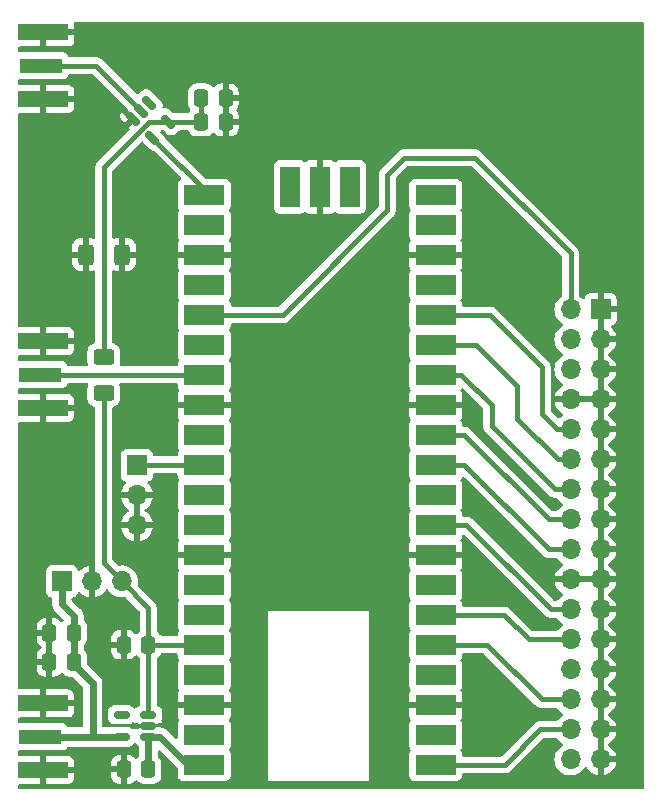
<source format=gbr>
%TF.GenerationSoftware,KiCad,Pcbnew,7.0.10*%
%TF.CreationDate,2025-09-19T15:10:35-04:00*%
%TF.ProjectId,dds-sweeper-board,6464732d-7377-4656-9570-65722d626f61,0*%
%TF.SameCoordinates,Original*%
%TF.FileFunction,Copper,L1,Top*%
%TF.FilePolarity,Positive*%
%FSLAX46Y46*%
G04 Gerber Fmt 4.6, Leading zero omitted, Abs format (unit mm)*
G04 Created by KiCad (PCBNEW 7.0.10) date 2025-09-19 15:10:35*
%MOMM*%
%LPD*%
G01*
G04 APERTURE LIST*
G04 Aperture macros list*
%AMRoundRect*
0 Rectangle with rounded corners*
0 $1 Rounding radius*
0 $2 $3 $4 $5 $6 $7 $8 $9 X,Y pos of 4 corners*
0 Add a 4 corners polygon primitive as box body*
4,1,4,$2,$3,$4,$5,$6,$7,$8,$9,$2,$3,0*
0 Add four circle primitives for the rounded corners*
1,1,$1+$1,$2,$3*
1,1,$1+$1,$4,$5*
1,1,$1+$1,$6,$7*
1,1,$1+$1,$8,$9*
0 Add four rect primitives between the rounded corners*
20,1,$1+$1,$2,$3,$4,$5,0*
20,1,$1+$1,$4,$5,$6,$7,0*
20,1,$1+$1,$6,$7,$8,$9,0*
20,1,$1+$1,$8,$9,$2,$3,0*%
G04 Aperture macros list end*
%TA.AperFunction,SMDPad,CuDef*%
%ADD10RoundRect,0.250000X-0.337500X-0.475000X0.337500X-0.475000X0.337500X0.475000X-0.337500X0.475000X0*%
%TD*%
%TA.AperFunction,SMDPad,CuDef*%
%ADD11RoundRect,0.250000X0.337500X0.475000X-0.337500X0.475000X-0.337500X-0.475000X0.337500X-0.475000X0*%
%TD*%
%TA.AperFunction,SMDPad,CuDef*%
%ADD12R,3.600000X1.270000*%
%TD*%
%TA.AperFunction,SMDPad,CuDef*%
%ADD13R,4.200000X1.350000*%
%TD*%
%TA.AperFunction,ComponentPad*%
%ADD14R,1.700000X1.700000*%
%TD*%
%TA.AperFunction,ComponentPad*%
%ADD15O,1.700000X1.700000*%
%TD*%
%TA.AperFunction,SMDPad,CuDef*%
%ADD16RoundRect,0.150000X0.512500X0.150000X-0.512500X0.150000X-0.512500X-0.150000X0.512500X-0.150000X0*%
%TD*%
%TA.AperFunction,SMDPad,CuDef*%
%ADD17RoundRect,0.150000X-0.468458X0.256326X0.256326X-0.468458X0.468458X-0.256326X-0.256326X0.468458X0*%
%TD*%
%TA.AperFunction,SMDPad,CuDef*%
%ADD18R,3.500000X1.700000*%
%TD*%
%TA.AperFunction,SMDPad,CuDef*%
%ADD19R,0.001000X0.001000*%
%TD*%
%TA.AperFunction,SMDPad,CuDef*%
%ADD20R,1.700000X3.500000*%
%TD*%
%TA.AperFunction,SMDPad,CuDef*%
%ADD21RoundRect,0.250000X-0.625000X0.400000X-0.625000X-0.400000X0.625000X-0.400000X0.625000X0.400000X0*%
%TD*%
%TA.AperFunction,SMDPad,CuDef*%
%ADD22RoundRect,0.250000X-0.400000X-0.625000X0.400000X-0.625000X0.400000X0.625000X-0.400000X0.625000X0*%
%TD*%
%TA.AperFunction,Conductor*%
%ADD23C,0.400000*%
%TD*%
%TA.AperFunction,Conductor*%
%ADD24C,0.600000*%
%TD*%
G04 APERTURE END LIST*
D10*
X47490000Y-40470000D03*
X49565000Y-40470000D03*
D11*
X36730000Y-85740000D03*
X34655000Y-85740000D03*
D12*
X33890000Y-94555000D03*
D13*
X34090000Y-91730000D03*
X34090000Y-97380000D03*
D14*
X35710000Y-81400000D03*
D15*
X38250000Y-81400000D03*
X40790000Y-81400000D03*
D16*
X43027500Y-94570000D03*
X43027500Y-93620000D03*
X43027500Y-92670000D03*
X40752500Y-92670000D03*
X40752500Y-94570000D03*
D10*
X47492500Y-42490000D03*
X49567500Y-42490000D03*
D17*
X43097417Y-40863915D03*
X42425666Y-41535666D03*
X41753915Y-42207417D03*
X43362583Y-43816085D03*
X44706085Y-42472583D03*
D12*
X33940000Y-37740000D03*
D13*
X34140000Y-34915000D03*
X34140000Y-40565000D03*
D10*
X40955000Y-86760000D03*
X43030000Y-86760000D03*
D12*
X33890000Y-63885000D03*
D13*
X34090000Y-61060000D03*
X34090000Y-66710000D03*
D18*
X67340000Y-96930000D03*
X67340000Y-94390000D03*
X67340000Y-91850000D03*
X67340000Y-89310000D03*
X67340000Y-86770000D03*
X67340000Y-84230000D03*
X67340000Y-81690000D03*
X67340000Y-79150000D03*
X67340000Y-76610000D03*
X67340000Y-74070000D03*
X67340000Y-71530000D03*
X67340000Y-68990000D03*
X67340000Y-66450000D03*
X67340000Y-63910000D03*
X67340000Y-61370000D03*
X67340000Y-58830000D03*
X67340000Y-56290000D03*
X67340000Y-53750000D03*
X67340000Y-51210000D03*
X67340000Y-48670000D03*
X47760000Y-48670000D03*
X47760000Y-51210000D03*
X47760000Y-53750000D03*
X47760000Y-56290000D03*
X47760000Y-58830000D03*
X47760000Y-61370000D03*
X47760000Y-63910000D03*
X47760000Y-66450000D03*
X47760000Y-68990000D03*
X47760000Y-71530000D03*
X47760000Y-74070000D03*
X47760000Y-76610000D03*
D19*
X47760000Y-79150000D03*
D18*
X47760000Y-79150000D03*
X47760000Y-81690000D03*
X47760000Y-84230000D03*
X47760000Y-86770000D03*
X47760000Y-89310000D03*
X47760000Y-91850000D03*
X47760000Y-94390000D03*
X47760000Y-96930000D03*
D20*
X60090000Y-48000000D03*
X57550000Y-48000000D03*
X55010000Y-48000000D03*
D21*
X39250000Y-62380000D03*
X39250000Y-65480000D03*
D10*
X40952500Y-97310000D03*
X43027500Y-97310000D03*
D22*
X37720000Y-53720000D03*
X40820000Y-53720000D03*
D14*
X81310000Y-58370000D03*
D15*
X78770000Y-58370000D03*
X81310000Y-60910000D03*
X78770000Y-60910000D03*
X81310000Y-63450000D03*
X78770000Y-63450000D03*
X81310000Y-65990000D03*
X78770000Y-65990000D03*
X81310000Y-68530000D03*
X78770000Y-68530000D03*
X81310000Y-71070000D03*
X78770000Y-71070000D03*
X81310000Y-73610000D03*
X78770000Y-73610000D03*
X81310000Y-76150000D03*
X78770000Y-76150000D03*
X81310000Y-78690000D03*
X78770000Y-78690000D03*
X81310000Y-81230000D03*
X78770000Y-81230000D03*
X81310000Y-83770000D03*
X78770000Y-83770000D03*
X81310000Y-86310000D03*
X78770000Y-86310000D03*
X81310000Y-88850000D03*
X78770000Y-88850000D03*
X81310000Y-91390000D03*
X78770000Y-91390000D03*
X81310000Y-93930000D03*
X78770000Y-93930000D03*
X81310000Y-96470000D03*
X78770000Y-96470000D03*
D11*
X36730000Y-88220000D03*
X34655000Y-88220000D03*
D14*
X42050000Y-71560000D03*
D15*
X42050000Y-74100000D03*
X42050000Y-76640000D03*
D23*
X33890000Y-63885000D02*
X48635000Y-63885000D01*
X48635000Y-63885000D02*
X48660000Y-63910000D01*
X63250000Y-46960000D02*
X64700000Y-45510000D01*
X54410000Y-58830000D02*
X63250000Y-49990000D01*
X78770000Y-53620000D02*
X70660000Y-45510000D01*
X48660000Y-58830000D02*
X54410000Y-58830000D01*
X64700000Y-45510000D02*
X70660000Y-45510000D01*
X78770000Y-58370000D02*
X78770000Y-53620000D01*
X63250000Y-49990000D02*
X63250000Y-46960000D01*
X76370000Y-63240000D02*
X71960000Y-58830000D01*
X78770000Y-68530000D02*
X77640000Y-68530000D01*
X77640000Y-68530000D02*
X76370000Y-67260000D01*
X76370000Y-67260000D02*
X76370000Y-63240000D01*
X71960000Y-58830000D02*
X66440000Y-58830000D01*
X70780000Y-61370000D02*
X66440000Y-61370000D01*
X74250000Y-67610000D02*
X74250000Y-64840000D01*
X78770000Y-71070000D02*
X77710000Y-71070000D01*
X77710000Y-71070000D02*
X74250000Y-67610000D01*
X74250000Y-64840000D02*
X70780000Y-61370000D01*
X78770000Y-73610000D02*
X77480000Y-73610000D01*
X77480000Y-73610000D02*
X72080000Y-68210000D01*
X69530000Y-63910000D02*
X66440000Y-63910000D01*
X72080000Y-68210000D02*
X72080000Y-66460000D01*
X72080000Y-66460000D02*
X69530000Y-63910000D01*
X69760000Y-68990000D02*
X66440000Y-68990000D01*
X76920000Y-76150000D02*
X69760000Y-68990000D01*
X78770000Y-76150000D02*
X76920000Y-76150000D01*
X69760000Y-71530000D02*
X66440000Y-71530000D01*
X76920000Y-78690000D02*
X69760000Y-71530000D01*
X78770000Y-78690000D02*
X76920000Y-78690000D01*
X69960000Y-76610000D02*
X66440000Y-76610000D01*
X78770000Y-83770000D02*
X77120000Y-83770000D01*
X77120000Y-83770000D02*
X69960000Y-76610000D01*
X73140000Y-84230000D02*
X75220000Y-86310000D01*
X75220000Y-86310000D02*
X78770000Y-86310000D01*
X66440000Y-84230000D02*
X73140000Y-84230000D01*
X71700000Y-86770000D02*
X76320000Y-91390000D01*
X66440000Y-86770000D02*
X71700000Y-86770000D01*
X76320000Y-91390000D02*
X78770000Y-91390000D01*
X66440000Y-96930000D02*
X73200000Y-96930000D01*
X73200000Y-96930000D02*
X76200000Y-93930000D01*
X76200000Y-93930000D02*
X78770000Y-93930000D01*
X43376085Y-43816085D02*
X48230000Y-48670000D01*
X48230000Y-48670000D02*
X48660000Y-48670000D01*
X43362583Y-43816085D02*
X43376085Y-43816085D01*
D24*
X40732500Y-94570000D02*
X38330000Y-94570000D01*
X36617500Y-88107500D02*
X36730000Y-88220000D01*
X36730000Y-84340000D02*
X35710000Y-83320000D01*
X38330000Y-90040000D02*
X38330000Y-94570000D01*
X36730000Y-88220000D02*
X36730000Y-88440000D01*
X36730000Y-88220000D02*
X36730000Y-85740000D01*
X36730000Y-88440000D02*
X38330000Y-90040000D01*
X38330000Y-94570000D02*
X34405000Y-94570000D01*
X35710000Y-83320000D02*
X35710000Y-81400000D01*
X36730000Y-85740000D02*
X36730000Y-84340000D01*
X34405000Y-94570000D02*
X34390000Y-94555000D01*
D23*
X40790000Y-81400000D02*
X43010000Y-83620000D01*
X43010000Y-92632500D02*
X43027500Y-92650000D01*
X40790000Y-81400000D02*
X39240000Y-79850000D01*
X48660000Y-86770000D02*
X48650000Y-86760000D01*
X39250000Y-67472500D02*
X39240000Y-67482500D01*
X39240000Y-79850000D02*
X39240000Y-67482500D01*
X40840000Y-81350000D02*
X40790000Y-81400000D01*
X39250000Y-65480000D02*
X39250000Y-67472500D01*
X43010000Y-83620000D02*
X43010000Y-92632500D01*
X48650000Y-86760000D02*
X43030000Y-86760000D01*
D24*
X43027500Y-94570000D02*
X43027500Y-97000000D01*
X46390000Y-96930000D02*
X48660000Y-96930000D01*
X43027500Y-97000000D02*
X43017500Y-97010000D01*
X44030000Y-94570000D02*
X46390000Y-96930000D01*
X43027500Y-94570000D02*
X44030000Y-94570000D01*
D23*
X39250000Y-62380000D02*
X39250000Y-46330000D01*
X47712500Y-42480000D02*
X44713502Y-42480000D01*
X47492500Y-42490000D02*
X47492500Y-40472500D01*
X39250000Y-46330000D02*
X43107417Y-42472583D01*
X47492500Y-40472500D02*
X47490000Y-40470000D01*
X43107417Y-42472583D02*
X44706085Y-42472583D01*
X44713502Y-42480000D02*
X44706085Y-42472583D01*
X42425666Y-41535666D02*
X38630000Y-37740000D01*
X38630000Y-37740000D02*
X34150000Y-37740000D01*
X48650000Y-71520000D02*
X42090000Y-71520000D01*
X48660000Y-71530000D02*
X48650000Y-71520000D01*
X42090000Y-71520000D02*
X42050000Y-71560000D01*
%TA.AperFunction,Conductor*%
G36*
X42304000Y-76206325D02*
G01*
X42192315Y-76155320D01*
X42085763Y-76140000D01*
X42014237Y-76140000D01*
X41907685Y-76155320D01*
X41796000Y-76206325D01*
X41796000Y-74533674D01*
X41907685Y-74584680D01*
X42014237Y-74600000D01*
X42085763Y-74600000D01*
X42192315Y-74584680D01*
X42304000Y-74533674D01*
X42304000Y-76206325D01*
G37*
%TD.AperFunction*%
%TA.AperFunction,Conductor*%
G36*
X84873789Y-34049691D02*
G01*
X84941861Y-34069847D01*
X84988232Y-34123607D01*
X84999500Y-34175690D01*
X84999500Y-98873500D01*
X84979498Y-98941621D01*
X84925842Y-98988114D01*
X84873500Y-98999500D01*
X32126500Y-98999500D01*
X32058379Y-98979498D01*
X32011886Y-98925842D01*
X32000500Y-98873500D01*
X32000500Y-98689000D01*
X32020502Y-98620879D01*
X32074158Y-98574386D01*
X32126500Y-98563000D01*
X33836000Y-98563000D01*
X33836000Y-97634000D01*
X34344000Y-97634000D01*
X34344000Y-98563000D01*
X36238585Y-98563000D01*
X36238597Y-98562999D01*
X36299093Y-98556494D01*
X36435964Y-98505444D01*
X36435965Y-98505444D01*
X36552904Y-98417904D01*
X36640444Y-98300965D01*
X36640444Y-98300964D01*
X36691494Y-98164093D01*
X36697999Y-98103597D01*
X36698000Y-98103585D01*
X36698000Y-97634000D01*
X34344000Y-97634000D01*
X33836000Y-97634000D01*
X33836000Y-97564000D01*
X39857000Y-97564000D01*
X39857000Y-97835516D01*
X39867605Y-97939318D01*
X39867606Y-97939321D01*
X39923342Y-98107525D01*
X40016365Y-98258339D01*
X40016370Y-98258345D01*
X40141654Y-98383629D01*
X40141660Y-98383634D01*
X40292474Y-98476657D01*
X40460678Y-98532393D01*
X40460681Y-98532394D01*
X40564483Y-98542999D01*
X40564483Y-98543000D01*
X40698500Y-98543000D01*
X40698500Y-97564000D01*
X39857000Y-97564000D01*
X33836000Y-97564000D01*
X33836000Y-96197000D01*
X34344000Y-96197000D01*
X34344000Y-97126000D01*
X36698000Y-97126000D01*
X36698000Y-97056000D01*
X39857000Y-97056000D01*
X40698500Y-97056000D01*
X40698500Y-96077000D01*
X40564483Y-96077000D01*
X40460681Y-96087605D01*
X40460678Y-96087606D01*
X40292474Y-96143342D01*
X40141660Y-96236365D01*
X40141654Y-96236370D01*
X40016370Y-96361654D01*
X40016365Y-96361660D01*
X39923342Y-96512474D01*
X39867606Y-96680678D01*
X39867605Y-96680681D01*
X39857000Y-96784483D01*
X39857000Y-97056000D01*
X36698000Y-97056000D01*
X36698000Y-96656414D01*
X36697999Y-96656402D01*
X36691494Y-96595906D01*
X36640444Y-96459035D01*
X36640444Y-96459034D01*
X36552904Y-96342095D01*
X36435965Y-96254555D01*
X36299093Y-96203505D01*
X36238597Y-96197000D01*
X34344000Y-96197000D01*
X33836000Y-96197000D01*
X32126500Y-96197000D01*
X32058379Y-96176998D01*
X32011886Y-96123342D01*
X32000500Y-96071000D01*
X32000500Y-95824500D01*
X32020502Y-95756379D01*
X32074158Y-95709886D01*
X32126500Y-95698500D01*
X35738632Y-95698500D01*
X35738638Y-95698500D01*
X35738645Y-95698499D01*
X35738649Y-95698499D01*
X35799196Y-95691990D01*
X35799199Y-95691989D01*
X35799201Y-95691989D01*
X35936204Y-95640889D01*
X35946683Y-95633045D01*
X36053261Y-95553261D01*
X36117767Y-95467091D01*
X36140889Y-95436204D01*
X36140889Y-95436202D01*
X36146288Y-95428991D01*
X36203123Y-95386444D01*
X36247156Y-95378500D01*
X38277516Y-95378500D01*
X38291623Y-95379292D01*
X38330000Y-95383616D01*
X38368377Y-95379292D01*
X38382484Y-95378500D01*
X41331511Y-95378500D01*
X41331511Y-95378499D01*
X41368831Y-95375562D01*
X41528601Y-95329145D01*
X41528603Y-95329143D01*
X41528605Y-95329143D01*
X41644164Y-95260801D01*
X41671807Y-95244453D01*
X41789453Y-95126807D01*
X41789455Y-95126803D01*
X41790439Y-95125536D01*
X41791468Y-95124792D01*
X41795059Y-95121202D01*
X41795638Y-95121781D01*
X41847994Y-95083968D01*
X41918886Y-95080116D01*
X41980607Y-95115202D01*
X41989561Y-95125536D01*
X41990549Y-95126810D01*
X42108187Y-95244448D01*
X42108190Y-95244450D01*
X42108193Y-95244453D01*
X42135838Y-95260802D01*
X42157140Y-95273400D01*
X42205592Y-95325293D01*
X42219000Y-95381853D01*
X42219000Y-96181127D01*
X42198998Y-96249248D01*
X42182095Y-96270222D01*
X42090971Y-96361345D01*
X42088511Y-96364457D01*
X42086281Y-96366035D01*
X42085780Y-96366537D01*
X42085694Y-96366451D01*
X42030568Y-96405483D01*
X41959643Y-96408671D01*
X41898254Y-96373008D01*
X41890837Y-96364446D01*
X41888632Y-96361657D01*
X41763345Y-96236370D01*
X41763339Y-96236365D01*
X41612525Y-96143342D01*
X41444321Y-96087606D01*
X41444318Y-96087605D01*
X41340516Y-96077000D01*
X41206500Y-96077000D01*
X41206500Y-98543000D01*
X41340517Y-98543000D01*
X41340516Y-98542999D01*
X41444318Y-98532394D01*
X41444321Y-98532393D01*
X41612525Y-98476657D01*
X41763339Y-98383634D01*
X41763345Y-98383629D01*
X41888624Y-98258350D01*
X41890832Y-98255558D01*
X41892837Y-98254137D01*
X41893825Y-98253150D01*
X41893993Y-98253318D01*
X41948768Y-98214522D01*
X42019693Y-98211323D01*
X42081088Y-98246976D01*
X42088515Y-98255547D01*
X42090974Y-98258657D01*
X42216341Y-98384024D01*
X42216347Y-98384029D01*
X42216348Y-98384030D01*
X42367262Y-98477115D01*
X42535574Y-98532887D01*
X42639455Y-98543500D01*
X43415544Y-98543499D01*
X43519426Y-98532887D01*
X43687738Y-98477115D01*
X43838652Y-98384030D01*
X43964030Y-98258652D01*
X44057115Y-98107738D01*
X44112887Y-97939426D01*
X44123500Y-97835545D01*
X44123499Y-96784456D01*
X44112887Y-96680574D01*
X44057115Y-96512262D01*
X43964030Y-96361348D01*
X43964027Y-96361345D01*
X43964024Y-96361341D01*
X43872905Y-96270222D01*
X43838879Y-96207910D01*
X43836000Y-96181127D01*
X43836000Y-95823582D01*
X43856002Y-95755461D01*
X43909658Y-95708968D01*
X43979932Y-95698864D01*
X44044512Y-95728358D01*
X44051095Y-95734487D01*
X45464595Y-97147987D01*
X45498621Y-97210299D01*
X45501500Y-97237082D01*
X45501500Y-97828649D01*
X45508009Y-97889196D01*
X45508011Y-97889204D01*
X45559110Y-98026202D01*
X45559112Y-98026207D01*
X45646738Y-98143261D01*
X45763792Y-98230887D01*
X45763794Y-98230888D01*
X45763796Y-98230889D01*
X45822875Y-98252924D01*
X45900795Y-98281988D01*
X45900803Y-98281990D01*
X45961350Y-98288499D01*
X45961355Y-98288499D01*
X45961362Y-98288500D01*
X45961368Y-98288500D01*
X49558632Y-98288500D01*
X49558638Y-98288500D01*
X49558645Y-98288499D01*
X49558649Y-98288499D01*
X49619196Y-98281990D01*
X49619199Y-98281989D01*
X49619201Y-98281989D01*
X49756204Y-98230889D01*
X49873261Y-98143261D01*
X49960889Y-98026204D01*
X50011989Y-97889201D01*
X50017758Y-97835545D01*
X50018499Y-97828649D01*
X50018500Y-97828632D01*
X50018500Y-96031367D01*
X50018499Y-96031350D01*
X50011990Y-95970803D01*
X50011988Y-95970795D01*
X49960889Y-95833797D01*
X49960889Y-95833796D01*
X49931686Y-95794786D01*
X49887311Y-95735507D01*
X49862501Y-95668989D01*
X49877592Y-95599615D01*
X49887306Y-95584497D01*
X49960889Y-95486204D01*
X50011989Y-95349201D01*
X50014146Y-95329145D01*
X50018499Y-95288649D01*
X50018500Y-95288632D01*
X50018500Y-93491367D01*
X50018499Y-93491350D01*
X50011990Y-93430803D01*
X50011988Y-93430795D01*
X49977317Y-93337842D01*
X49960889Y-93293796D01*
X49960888Y-93293794D01*
X49960887Y-93293792D01*
X49887000Y-93195091D01*
X49862189Y-93128571D01*
X49877280Y-93059197D01*
X49887001Y-93044072D01*
X49960443Y-92945966D01*
X49960444Y-92945964D01*
X50011494Y-92809093D01*
X50017999Y-92748597D01*
X50018000Y-92748585D01*
X50018000Y-92104000D01*
X45502000Y-92104000D01*
X45502000Y-92748597D01*
X45508505Y-92809093D01*
X45559555Y-92945964D01*
X45559556Y-92945966D01*
X45632999Y-93044072D01*
X45657811Y-93110592D01*
X45642720Y-93179966D01*
X45633000Y-93195091D01*
X45559112Y-93293792D01*
X45559110Y-93293797D01*
X45508011Y-93430795D01*
X45508009Y-93430803D01*
X45501500Y-93491350D01*
X45501500Y-94593918D01*
X45481498Y-94662039D01*
X45427842Y-94708532D01*
X45357568Y-94718636D01*
X45292988Y-94689142D01*
X45286405Y-94683013D01*
X44569589Y-93966197D01*
X44537281Y-93933889D01*
X44531092Y-93930000D01*
X44504584Y-93913344D01*
X44493062Y-93905168D01*
X44462872Y-93881092D01*
X44462868Y-93881090D01*
X44428074Y-93864334D01*
X44415709Y-93857500D01*
X44414043Y-93856453D01*
X44383015Y-93836957D01*
X44346566Y-93824203D01*
X44333513Y-93818796D01*
X44298724Y-93802042D01*
X44298716Y-93802040D01*
X44261065Y-93793445D01*
X44247495Y-93789535D01*
X44211053Y-93776784D01*
X44211046Y-93776782D01*
X44172668Y-93772458D01*
X44158741Y-93770091D01*
X44121100Y-93761500D01*
X44121097Y-93761500D01*
X44075406Y-93761500D01*
X43606502Y-93761500D01*
X43079984Y-93761500D01*
X43065877Y-93760708D01*
X43027500Y-93756384D01*
X42989123Y-93760708D01*
X42975016Y-93761500D01*
X42448489Y-93761500D01*
X42411171Y-93764437D01*
X42411170Y-93764437D01*
X42251396Y-93810856D01*
X42207263Y-93836957D01*
X42174296Y-93856453D01*
X42110158Y-93874000D01*
X41860006Y-93874000D01*
X41857241Y-93877683D01*
X41800345Y-93920148D01*
X41729522Y-93925112D01*
X41679941Y-93897992D01*
X41678070Y-93900405D01*
X41671803Y-93895544D01*
X41528605Y-93810856D01*
X41368829Y-93764437D01*
X41331511Y-93761500D01*
X41331502Y-93761500D01*
X40777906Y-93761500D01*
X39264500Y-93761500D01*
X39196379Y-93741498D01*
X39149886Y-93687842D01*
X39138500Y-93635500D01*
X39138500Y-89948905D01*
X39129906Y-89911254D01*
X39127539Y-89897320D01*
X39123217Y-89858957D01*
X39123217Y-89858953D01*
X39110457Y-89822489D01*
X39106553Y-89808936D01*
X39097959Y-89771280D01*
X39081200Y-89736481D01*
X39075800Y-89723444D01*
X39063043Y-89686985D01*
X39042496Y-89654285D01*
X39035664Y-89641925D01*
X39018909Y-89607131D01*
X39018906Y-89607127D01*
X38994830Y-89576936D01*
X38986653Y-89565412D01*
X38966110Y-89532718D01*
X38906893Y-89473501D01*
X38837281Y-89403889D01*
X37862904Y-88429512D01*
X37828878Y-88367200D01*
X37825999Y-88340417D01*
X37825999Y-87694455D01*
X37815387Y-87590574D01*
X37809061Y-87571484D01*
X37759615Y-87422262D01*
X37666530Y-87271348D01*
X37666527Y-87271345D01*
X37666524Y-87271341D01*
X37575405Y-87180222D01*
X37541379Y-87117910D01*
X37538500Y-87091127D01*
X37538500Y-87014000D01*
X39859500Y-87014000D01*
X39859500Y-87285516D01*
X39870105Y-87389318D01*
X39870106Y-87389321D01*
X39925842Y-87557525D01*
X40018865Y-87708339D01*
X40018870Y-87708345D01*
X40144154Y-87833629D01*
X40144160Y-87833634D01*
X40294974Y-87926657D01*
X40463178Y-87982393D01*
X40463181Y-87982394D01*
X40566983Y-87992999D01*
X40566983Y-87993000D01*
X40701000Y-87993000D01*
X40701000Y-87014000D01*
X39859500Y-87014000D01*
X37538500Y-87014000D01*
X37538500Y-86868872D01*
X37558502Y-86800751D01*
X37575400Y-86779781D01*
X37666530Y-86688652D01*
X37759615Y-86537738D01*
X37770132Y-86506000D01*
X39859500Y-86506000D01*
X40701000Y-86506000D01*
X40701000Y-85527000D01*
X40566983Y-85527000D01*
X40463181Y-85537605D01*
X40463178Y-85537606D01*
X40294974Y-85593342D01*
X40144160Y-85686365D01*
X40144154Y-85686370D01*
X40018870Y-85811654D01*
X40018865Y-85811660D01*
X39925842Y-85962474D01*
X39870106Y-86130678D01*
X39870105Y-86130681D01*
X39859500Y-86234483D01*
X39859500Y-86506000D01*
X37770132Y-86506000D01*
X37815387Y-86369426D01*
X37826000Y-86265545D01*
X37825999Y-85214456D01*
X37815387Y-85110574D01*
X37759615Y-84942262D01*
X37666530Y-84791348D01*
X37666529Y-84791347D01*
X37666524Y-84791341D01*
X37575405Y-84700222D01*
X37541379Y-84637910D01*
X37538500Y-84611127D01*
X37538500Y-84248905D01*
X37529906Y-84211254D01*
X37527539Y-84197320D01*
X37523217Y-84158957D01*
X37523217Y-84158953D01*
X37510457Y-84122489D01*
X37506553Y-84108936D01*
X37497959Y-84071280D01*
X37481200Y-84036481D01*
X37475800Y-84023444D01*
X37463043Y-83986985D01*
X37442496Y-83954285D01*
X37435664Y-83941925D01*
X37418909Y-83907131D01*
X37418906Y-83907127D01*
X37394830Y-83876936D01*
X37386653Y-83865412D01*
X37366110Y-83832718D01*
X37303392Y-83770000D01*
X37237281Y-83703889D01*
X36555405Y-83022013D01*
X36521379Y-82959701D01*
X36518500Y-82932918D01*
X36518500Y-82881370D01*
X36538502Y-82813249D01*
X36592158Y-82766756D01*
X36631034Y-82756092D01*
X36642151Y-82754896D01*
X36669195Y-82751990D01*
X36669198Y-82751989D01*
X36669201Y-82751989D01*
X36806204Y-82700889D01*
X36876399Y-82648342D01*
X36923261Y-82613261D01*
X37010886Y-82496208D01*
X37010885Y-82496208D01*
X37010889Y-82496204D01*
X37055196Y-82377413D01*
X37097741Y-82320581D01*
X37164262Y-82295770D01*
X37233636Y-82310862D01*
X37265952Y-82336112D01*
X37327097Y-82402534D01*
X37504698Y-82540767D01*
X37504699Y-82540768D01*
X37702628Y-82647882D01*
X37702630Y-82647883D01*
X37915483Y-82720955D01*
X37915492Y-82720957D01*
X37996000Y-82734391D01*
X37996000Y-81833674D01*
X38107685Y-81884680D01*
X38214237Y-81900000D01*
X38285763Y-81900000D01*
X38392315Y-81884680D01*
X38504000Y-81833674D01*
X38504000Y-82734390D01*
X38584507Y-82720957D01*
X38584516Y-82720955D01*
X38797369Y-82647883D01*
X38797371Y-82647882D01*
X38995300Y-82540768D01*
X38995301Y-82540767D01*
X39172902Y-82402534D01*
X39325327Y-82236955D01*
X39414217Y-82100899D01*
X39468220Y-82054810D01*
X39538568Y-82045235D01*
X39602925Y-82075212D01*
X39625183Y-82100898D01*
X39714279Y-82237270D01*
X39866762Y-82402908D01*
X39877801Y-82411500D01*
X40044424Y-82541189D01*
X40242426Y-82648342D01*
X40242427Y-82648342D01*
X40242428Y-82648343D01*
X40354227Y-82686723D01*
X40455365Y-82721444D01*
X40677431Y-82758500D01*
X40677435Y-82758500D01*
X40902571Y-82758500D01*
X40998513Y-82742489D01*
X41047669Y-82734287D01*
X41118153Y-82742803D01*
X41157503Y-82769473D01*
X42264595Y-83876565D01*
X42298621Y-83938877D01*
X42301500Y-83965660D01*
X42301500Y-85564666D01*
X42281498Y-85632787D01*
X42241649Y-85671905D01*
X42218852Y-85685966D01*
X42218841Y-85685975D01*
X42093471Y-85811345D01*
X42091011Y-85814457D01*
X42088781Y-85816035D01*
X42088280Y-85816537D01*
X42088194Y-85816451D01*
X42033068Y-85855483D01*
X41962143Y-85858671D01*
X41900754Y-85823008D01*
X41893337Y-85814446D01*
X41891132Y-85811657D01*
X41765845Y-85686370D01*
X41765839Y-85686365D01*
X41615025Y-85593342D01*
X41446821Y-85537606D01*
X41446818Y-85537605D01*
X41343016Y-85527000D01*
X41209000Y-85527000D01*
X41209000Y-87993000D01*
X41343017Y-87993000D01*
X41343016Y-87992999D01*
X41446818Y-87982394D01*
X41446821Y-87982393D01*
X41615025Y-87926657D01*
X41765839Y-87833634D01*
X41765845Y-87833629D01*
X41891124Y-87708350D01*
X41893332Y-87705558D01*
X41895337Y-87704137D01*
X41896325Y-87703150D01*
X41896493Y-87703318D01*
X41951268Y-87664522D01*
X42022193Y-87661323D01*
X42083588Y-87696976D01*
X42091015Y-87705547D01*
X42093474Y-87708657D01*
X42218841Y-87834024D01*
X42218845Y-87834027D01*
X42218848Y-87834030D01*
X42218850Y-87834031D01*
X42241646Y-87848092D01*
X42289125Y-87900878D01*
X42301500Y-87955333D01*
X42301500Y-91809356D01*
X42281498Y-91877477D01*
X42239639Y-91917809D01*
X42108196Y-91995544D01*
X42108189Y-91995549D01*
X41990545Y-92113193D01*
X41989556Y-92114469D01*
X41988526Y-92115212D01*
X41984941Y-92118798D01*
X41984362Y-92118219D01*
X41931998Y-92156034D01*
X41861106Y-92159881D01*
X41799387Y-92124791D01*
X41790444Y-92114469D01*
X41789454Y-92113193D01*
X41671810Y-91995549D01*
X41671803Y-91995544D01*
X41528605Y-91910856D01*
X41368829Y-91864437D01*
X41331511Y-91861500D01*
X41331502Y-91861500D01*
X40173498Y-91861500D01*
X40173489Y-91861500D01*
X40136171Y-91864437D01*
X40136170Y-91864437D01*
X39976394Y-91910856D01*
X39833196Y-91995544D01*
X39833189Y-91995549D01*
X39715549Y-92113189D01*
X39715544Y-92113196D01*
X39630856Y-92256394D01*
X39584437Y-92416170D01*
X39584437Y-92416171D01*
X39581500Y-92453488D01*
X39581500Y-92886511D01*
X39584437Y-92923828D01*
X39584437Y-92923829D01*
X39630856Y-93083605D01*
X39715544Y-93226803D01*
X39715549Y-93226810D01*
X39833189Y-93344450D01*
X39833196Y-93344455D01*
X39976394Y-93429143D01*
X39976397Y-93429143D01*
X39976399Y-93429145D01*
X40136169Y-93475562D01*
X40173488Y-93478499D01*
X40173489Y-93478500D01*
X40173498Y-93478500D01*
X41331511Y-93478500D01*
X41331511Y-93478499D01*
X41368831Y-93475562D01*
X41528601Y-93429145D01*
X41528603Y-93429143D01*
X41528605Y-93429143D01*
X41635373Y-93366000D01*
X41671807Y-93344453D01*
X41671811Y-93344448D01*
X41678070Y-93339595D01*
X41679952Y-93342021D01*
X41729646Y-93314860D01*
X41800464Y-93319895D01*
X41857242Y-93362317D01*
X41860007Y-93366000D01*
X42110158Y-93366000D01*
X42174296Y-93383546D01*
X42251399Y-93429145D01*
X42411169Y-93475562D01*
X42448488Y-93478499D01*
X42448489Y-93478500D01*
X42448498Y-93478500D01*
X43606511Y-93478500D01*
X43606511Y-93478499D01*
X43643831Y-93475562D01*
X43803601Y-93429145D01*
X43880703Y-93383546D01*
X43944842Y-93366000D01*
X44194992Y-93366000D01*
X44148679Y-93206594D01*
X44145533Y-93199322D01*
X44147627Y-93198415D01*
X44133015Y-93140810D01*
X44147490Y-93091522D01*
X44145997Y-93090876D01*
X44149143Y-93083604D01*
X44149142Y-93083604D01*
X44149145Y-93083601D01*
X44195562Y-92923831D01*
X44198499Y-92886511D01*
X44198500Y-92886511D01*
X44198500Y-92453489D01*
X44198499Y-92453488D01*
X44195562Y-92416171D01*
X44195562Y-92416170D01*
X44188804Y-92392908D01*
X44149145Y-92256399D01*
X44149143Y-92256397D01*
X44149143Y-92256394D01*
X44064455Y-92113196D01*
X44064450Y-92113189D01*
X43946810Y-91995549D01*
X43946803Y-91995544D01*
X43803604Y-91910855D01*
X43796331Y-91907709D01*
X43797512Y-91904977D01*
X43749476Y-91874270D01*
X43719826Y-91809761D01*
X43718500Y-91791527D01*
X43718500Y-87980005D01*
X43738502Y-87911884D01*
X43778354Y-87872764D01*
X43782968Y-87869917D01*
X43841152Y-87834030D01*
X43966530Y-87708652D01*
X44059615Y-87557738D01*
X44060568Y-87554863D01*
X44061755Y-87553148D01*
X44062717Y-87551086D01*
X44063069Y-87551250D01*
X44100984Y-87496493D01*
X44166541Y-87469239D01*
X44180171Y-87468500D01*
X45375500Y-87468500D01*
X45443621Y-87488502D01*
X45490114Y-87542158D01*
X45501500Y-87594500D01*
X45501500Y-87668649D01*
X45508009Y-87729196D01*
X45508011Y-87729204D01*
X45559110Y-87866202D01*
X45559112Y-87866207D01*
X45632687Y-87964491D01*
X45657498Y-88031011D01*
X45642407Y-88100385D01*
X45632687Y-88115509D01*
X45559112Y-88213792D01*
X45559110Y-88213797D01*
X45508011Y-88350795D01*
X45508009Y-88350803D01*
X45501500Y-88411350D01*
X45501500Y-90208649D01*
X45508009Y-90269196D01*
X45508011Y-90269204D01*
X45559110Y-90406202D01*
X45559112Y-90406207D01*
X45632999Y-90504907D01*
X45657810Y-90571427D01*
X45642719Y-90640801D01*
X45633000Y-90655924D01*
X45559555Y-90754035D01*
X45508505Y-90890906D01*
X45502000Y-90951402D01*
X45502000Y-91596000D01*
X50018000Y-91596000D01*
X50018000Y-90951414D01*
X50017999Y-90951402D01*
X50011494Y-90890906D01*
X49960444Y-90754035D01*
X49960444Y-90754034D01*
X49887000Y-90655925D01*
X49862189Y-90589405D01*
X49877280Y-90520031D01*
X49886998Y-90504909D01*
X49960889Y-90406204D01*
X50011989Y-90269201D01*
X50014182Y-90248810D01*
X50018499Y-90208649D01*
X50018500Y-90208632D01*
X50018500Y-88411367D01*
X50018499Y-88411350D01*
X50011990Y-88350803D01*
X50011988Y-88350795D01*
X49960889Y-88213797D01*
X49960889Y-88213796D01*
X49931686Y-88174786D01*
X49887311Y-88115507D01*
X49862501Y-88048989D01*
X49877592Y-87979615D01*
X49887306Y-87964497D01*
X49960889Y-87866204D01*
X50011989Y-87729201D01*
X50014182Y-87708810D01*
X50018499Y-87668649D01*
X50018500Y-87668632D01*
X50018500Y-85871367D01*
X50018499Y-85871350D01*
X50011990Y-85810803D01*
X50011988Y-85810795D01*
X49965577Y-85686365D01*
X49960889Y-85673796D01*
X49887311Y-85575507D01*
X49862501Y-85508989D01*
X49877592Y-85439615D01*
X49887306Y-85424497D01*
X49960889Y-85326204D01*
X50011989Y-85189201D01*
X50014182Y-85168810D01*
X50018499Y-85128649D01*
X50018500Y-85128632D01*
X50018500Y-83899461D01*
X53129329Y-83899461D01*
X53181233Y-98310013D01*
X53181234Y-98310014D01*
X61681234Y-98320014D01*
X61679329Y-83889461D01*
X61679328Y-83889461D01*
X53129329Y-83899460D01*
X53129329Y-83899461D01*
X50018500Y-83899461D01*
X50018500Y-83331367D01*
X50018499Y-83331350D01*
X50011990Y-83270803D01*
X50011988Y-83270795D01*
X49960889Y-83133797D01*
X49960889Y-83133796D01*
X49931686Y-83094786D01*
X49887311Y-83035507D01*
X49862501Y-82968989D01*
X49877592Y-82899615D01*
X49887306Y-82884497D01*
X49960889Y-82786204D01*
X50011989Y-82649201D01*
X50012082Y-82648343D01*
X50018499Y-82588649D01*
X50018500Y-82588632D01*
X50018500Y-80791367D01*
X50018499Y-80791350D01*
X50011990Y-80730803D01*
X50011988Y-80730795D01*
X49960889Y-80593797D01*
X49960887Y-80593792D01*
X49887000Y-80495091D01*
X49862189Y-80428571D01*
X49877280Y-80359197D01*
X49887001Y-80344072D01*
X49960443Y-80245966D01*
X49960444Y-80245964D01*
X50011494Y-80109093D01*
X50017999Y-80048597D01*
X50018000Y-80048585D01*
X50018000Y-79404000D01*
X45502000Y-79404000D01*
X45502000Y-80048597D01*
X45508505Y-80109093D01*
X45559555Y-80245964D01*
X45559556Y-80245966D01*
X45632999Y-80344072D01*
X45657811Y-80410592D01*
X45642720Y-80479966D01*
X45633000Y-80495091D01*
X45559112Y-80593792D01*
X45559110Y-80593797D01*
X45508011Y-80730795D01*
X45508009Y-80730803D01*
X45501500Y-80791350D01*
X45501500Y-82588649D01*
X45508009Y-82649196D01*
X45508011Y-82649204D01*
X45559110Y-82786202D01*
X45559112Y-82786207D01*
X45632687Y-82884491D01*
X45657498Y-82951011D01*
X45642407Y-83020385D01*
X45632687Y-83035509D01*
X45559112Y-83133792D01*
X45559110Y-83133797D01*
X45508011Y-83270795D01*
X45508009Y-83270803D01*
X45501500Y-83331350D01*
X45501500Y-85128649D01*
X45508009Y-85189196D01*
X45508011Y-85189204D01*
X45559110Y-85326202D01*
X45559112Y-85326207D01*
X45632687Y-85424491D01*
X45657498Y-85491011D01*
X45642407Y-85560385D01*
X45632687Y-85575509D01*
X45559112Y-85673792D01*
X45559110Y-85673797D01*
X45508011Y-85810795D01*
X45508009Y-85810803D01*
X45501500Y-85871350D01*
X45501500Y-85925500D01*
X45481498Y-85993621D01*
X45427842Y-86040114D01*
X45375500Y-86051500D01*
X44180171Y-86051500D01*
X44112050Y-86031498D01*
X44065557Y-85977842D01*
X44060568Y-85965137D01*
X44059616Y-85962264D01*
X44036940Y-85925500D01*
X43966530Y-85811348D01*
X43966527Y-85811345D01*
X43966524Y-85811341D01*
X43841158Y-85685975D01*
X43841150Y-85685968D01*
X43778352Y-85647234D01*
X43730875Y-85594448D01*
X43718500Y-85539994D01*
X43718500Y-83645216D01*
X43718730Y-83637608D01*
X43719197Y-83629887D01*
X43722402Y-83576907D01*
X43711431Y-83517042D01*
X43710299Y-83509605D01*
X43702965Y-83449199D01*
X43702964Y-83449197D01*
X43702964Y-83449195D01*
X43699351Y-83439668D01*
X43693227Y-83417702D01*
X43691389Y-83407673D01*
X43691389Y-83407671D01*
X43666427Y-83352208D01*
X43663515Y-83345176D01*
X43641957Y-83288332D01*
X43641955Y-83288329D01*
X43641954Y-83288325D01*
X43636163Y-83279935D01*
X43624958Y-83260070D01*
X43620775Y-83250774D01*
X43583267Y-83202899D01*
X43578756Y-83196768D01*
X43544215Y-83146727D01*
X43544212Y-83146724D01*
X43498682Y-83106387D01*
X43493141Y-83101171D01*
X42161299Y-81769329D01*
X42127273Y-81707017D01*
X42128250Y-81649301D01*
X42134562Y-81624374D01*
X42134563Y-81624372D01*
X42134563Y-81624371D01*
X42134564Y-81624368D01*
X42153156Y-81400000D01*
X42134564Y-81175632D01*
X42079296Y-80957384D01*
X41988860Y-80751209D01*
X41975528Y-80730803D01*
X41865724Y-80562734D01*
X41865720Y-80562729D01*
X41742217Y-80428571D01*
X41713240Y-80397094D01*
X41713239Y-80397093D01*
X41713237Y-80397091D01*
X41593367Y-80303792D01*
X41535576Y-80258811D01*
X41337574Y-80151658D01*
X41337572Y-80151657D01*
X41337571Y-80151656D01*
X41124639Y-80078557D01*
X41124630Y-80078555D01*
X41078233Y-80070813D01*
X40902569Y-80041500D01*
X40677431Y-80041500D01*
X40616250Y-80051708D01*
X40532327Y-80065712D01*
X40461843Y-80057194D01*
X40422495Y-80030525D01*
X39985405Y-79593435D01*
X39951379Y-79531123D01*
X39948500Y-79504340D01*
X39948500Y-72458649D01*
X40691500Y-72458649D01*
X40698009Y-72519196D01*
X40698011Y-72519204D01*
X40749110Y-72656202D01*
X40749112Y-72656207D01*
X40836738Y-72773261D01*
X40953792Y-72860887D01*
X40953796Y-72860889D01*
X41069312Y-72903975D01*
X41126148Y-72946522D01*
X41150958Y-73013042D01*
X41135866Y-73082416D01*
X41117981Y-73107367D01*
X40974674Y-73263041D01*
X40851580Y-73451451D01*
X40761179Y-73657543D01*
X40761176Y-73657550D01*
X40713455Y-73845999D01*
X40713456Y-73846000D01*
X41618884Y-73846000D01*
X41590507Y-73890156D01*
X41550000Y-74028111D01*
X41550000Y-74171889D01*
X41590507Y-74309844D01*
X41618884Y-74354000D01*
X40713455Y-74354000D01*
X40761176Y-74542449D01*
X40761179Y-74542456D01*
X40851580Y-74748548D01*
X40974674Y-74936958D01*
X41127097Y-75102534D01*
X41304698Y-75240767D01*
X41304699Y-75240768D01*
X41338734Y-75259187D01*
X41389123Y-75309201D01*
X41404475Y-75378518D01*
X41379913Y-75445130D01*
X41338734Y-75480813D01*
X41304699Y-75499231D01*
X41304698Y-75499232D01*
X41127097Y-75637465D01*
X40974674Y-75803041D01*
X40851580Y-75991451D01*
X40761179Y-76197543D01*
X40761176Y-76197550D01*
X40713455Y-76385999D01*
X40713456Y-76386000D01*
X41618884Y-76386000D01*
X41590507Y-76430156D01*
X41550000Y-76568111D01*
X41550000Y-76711889D01*
X41590507Y-76849844D01*
X41618884Y-76894000D01*
X40713455Y-76894000D01*
X40761176Y-77082449D01*
X40761179Y-77082456D01*
X40851580Y-77288548D01*
X40974674Y-77476958D01*
X41127097Y-77642534D01*
X41304698Y-77780767D01*
X41304699Y-77780768D01*
X41502628Y-77887882D01*
X41502630Y-77887883D01*
X41715483Y-77960955D01*
X41715492Y-77960957D01*
X41796000Y-77974391D01*
X41796000Y-77073674D01*
X41907685Y-77124680D01*
X42014237Y-77140000D01*
X42085763Y-77140000D01*
X42192315Y-77124680D01*
X42304000Y-77073674D01*
X42304000Y-77974390D01*
X42384507Y-77960957D01*
X42384516Y-77960955D01*
X42597369Y-77887883D01*
X42597371Y-77887882D01*
X42795300Y-77780768D01*
X42795301Y-77780767D01*
X42972902Y-77642534D01*
X43125325Y-77476958D01*
X43248419Y-77288548D01*
X43338820Y-77082456D01*
X43338823Y-77082449D01*
X43386544Y-76894000D01*
X42481116Y-76894000D01*
X42509493Y-76849844D01*
X42550000Y-76711889D01*
X42550000Y-76568111D01*
X42509493Y-76430156D01*
X42481116Y-76386000D01*
X43386544Y-76386000D01*
X43386544Y-76385999D01*
X43338823Y-76197550D01*
X43338820Y-76197543D01*
X43248419Y-75991451D01*
X43125325Y-75803041D01*
X42972902Y-75637465D01*
X42795301Y-75499232D01*
X42795300Y-75499231D01*
X42761267Y-75480814D01*
X42710876Y-75430801D01*
X42695524Y-75361484D01*
X42720085Y-75294871D01*
X42761267Y-75259186D01*
X42795300Y-75240768D01*
X42795301Y-75240767D01*
X42972902Y-75102534D01*
X43125325Y-74936958D01*
X43248419Y-74748548D01*
X43338820Y-74542456D01*
X43338823Y-74542449D01*
X43386544Y-74354000D01*
X42481116Y-74354000D01*
X42509493Y-74309844D01*
X42550000Y-74171889D01*
X42550000Y-74028111D01*
X42509493Y-73890156D01*
X42481116Y-73846000D01*
X43386544Y-73846000D01*
X43386544Y-73845999D01*
X43338823Y-73657550D01*
X43338820Y-73657543D01*
X43248419Y-73451451D01*
X43125325Y-73263041D01*
X42982018Y-73107367D01*
X42950598Y-73043702D01*
X42958585Y-72973156D01*
X43003444Y-72918127D01*
X43030679Y-72903977D01*
X43146204Y-72860889D01*
X43263261Y-72773261D01*
X43313845Y-72705689D01*
X43350887Y-72656207D01*
X43350887Y-72656206D01*
X43350889Y-72656204D01*
X43401989Y-72519201D01*
X43402428Y-72515123D01*
X43408499Y-72458649D01*
X43408500Y-72458632D01*
X43408500Y-72354500D01*
X43428502Y-72286379D01*
X43482158Y-72239886D01*
X43534500Y-72228500D01*
X45375500Y-72228500D01*
X45443621Y-72248502D01*
X45490114Y-72302158D01*
X45501500Y-72354500D01*
X45501500Y-72428649D01*
X45508009Y-72489196D01*
X45508011Y-72489204D01*
X45559110Y-72626202D01*
X45559112Y-72626207D01*
X45632687Y-72724491D01*
X45657498Y-72791011D01*
X45642407Y-72860385D01*
X45632687Y-72875509D01*
X45559112Y-72973792D01*
X45559110Y-72973797D01*
X45508011Y-73110795D01*
X45508009Y-73110803D01*
X45501500Y-73171350D01*
X45501500Y-74968649D01*
X45508009Y-75029196D01*
X45508011Y-75029204D01*
X45559110Y-75166202D01*
X45559112Y-75166207D01*
X45632687Y-75264491D01*
X45657498Y-75331011D01*
X45642407Y-75400385D01*
X45632687Y-75415509D01*
X45559112Y-75513792D01*
X45559110Y-75513797D01*
X45508011Y-75650795D01*
X45508009Y-75650803D01*
X45501500Y-75711350D01*
X45501500Y-77508649D01*
X45508009Y-77569196D01*
X45508011Y-77569204D01*
X45559110Y-77706202D01*
X45559112Y-77706207D01*
X45632999Y-77804907D01*
X45657810Y-77871427D01*
X45642719Y-77940801D01*
X45633000Y-77955924D01*
X45559555Y-78054035D01*
X45508505Y-78190906D01*
X45502000Y-78251402D01*
X45502000Y-78896000D01*
X50018000Y-78896000D01*
X50018000Y-78251414D01*
X50017999Y-78251402D01*
X50011494Y-78190906D01*
X49960444Y-78054035D01*
X49960444Y-78054034D01*
X49887000Y-77955925D01*
X49862189Y-77889405D01*
X49877280Y-77820031D01*
X49886998Y-77804909D01*
X49960889Y-77706204D01*
X50011989Y-77569201D01*
X50014182Y-77548810D01*
X50018499Y-77508649D01*
X50018500Y-77508632D01*
X50018500Y-75711367D01*
X50018499Y-75711350D01*
X50011990Y-75650803D01*
X50011988Y-75650795D01*
X49960889Y-75513797D01*
X49960889Y-75513796D01*
X49931686Y-75474786D01*
X49887311Y-75415507D01*
X49862501Y-75348989D01*
X49877592Y-75279615D01*
X49887306Y-75264497D01*
X49960889Y-75166204D01*
X50011989Y-75029201D01*
X50014182Y-75008810D01*
X50018499Y-74968649D01*
X50018500Y-74968632D01*
X50018500Y-73171367D01*
X50018499Y-73171350D01*
X50011990Y-73110803D01*
X50011988Y-73110795D01*
X49960889Y-72973797D01*
X49960889Y-72973796D01*
X49931686Y-72934786D01*
X49887311Y-72875507D01*
X49862501Y-72808989D01*
X49877592Y-72739615D01*
X49887306Y-72724497D01*
X49960889Y-72626204D01*
X50011989Y-72489201D01*
X50014182Y-72468810D01*
X50018499Y-72428649D01*
X50018500Y-72428632D01*
X50018500Y-70631367D01*
X50018499Y-70631350D01*
X50011990Y-70570803D01*
X50011988Y-70570795D01*
X49972079Y-70463797D01*
X49960889Y-70433796D01*
X49887311Y-70335507D01*
X49862501Y-70268989D01*
X49877592Y-70199615D01*
X49887306Y-70184497D01*
X49960889Y-70086204D01*
X50011989Y-69949201D01*
X50014182Y-69928810D01*
X50018499Y-69888649D01*
X50018500Y-69888632D01*
X50018500Y-68091367D01*
X50018499Y-68091350D01*
X50011990Y-68030803D01*
X50011988Y-68030795D01*
X49960889Y-67893797D01*
X49960887Y-67893792D01*
X49887000Y-67795091D01*
X49862189Y-67728571D01*
X49877280Y-67659197D01*
X49887001Y-67644072D01*
X49960443Y-67545966D01*
X49960444Y-67545964D01*
X50011494Y-67409093D01*
X50017999Y-67348597D01*
X50018000Y-67348585D01*
X50018000Y-66704000D01*
X45502000Y-66704000D01*
X45502000Y-67348597D01*
X45508505Y-67409093D01*
X45559555Y-67545964D01*
X45559556Y-67545966D01*
X45632999Y-67644072D01*
X45657811Y-67710592D01*
X45642720Y-67779966D01*
X45633000Y-67795091D01*
X45559112Y-67893792D01*
X45559110Y-67893797D01*
X45508011Y-68030795D01*
X45508009Y-68030803D01*
X45501500Y-68091350D01*
X45501500Y-69888649D01*
X45508009Y-69949196D01*
X45508011Y-69949204D01*
X45559110Y-70086202D01*
X45559112Y-70086207D01*
X45632687Y-70184491D01*
X45657498Y-70251011D01*
X45642407Y-70320385D01*
X45632687Y-70335509D01*
X45559112Y-70433792D01*
X45559110Y-70433797D01*
X45508011Y-70570795D01*
X45508009Y-70570803D01*
X45501500Y-70631350D01*
X45501500Y-70685500D01*
X45481498Y-70753621D01*
X45427842Y-70800114D01*
X45375500Y-70811500D01*
X43534500Y-70811500D01*
X43466379Y-70791498D01*
X43419886Y-70737842D01*
X43408500Y-70685500D01*
X43408500Y-70661367D01*
X43408499Y-70661350D01*
X43401990Y-70600803D01*
X43401988Y-70600795D01*
X43350889Y-70463797D01*
X43350887Y-70463792D01*
X43263261Y-70346738D01*
X43146207Y-70259112D01*
X43146202Y-70259110D01*
X43009204Y-70208011D01*
X43009196Y-70208009D01*
X42948649Y-70201500D01*
X42948638Y-70201500D01*
X41151362Y-70201500D01*
X41151350Y-70201500D01*
X41090803Y-70208009D01*
X41090795Y-70208011D01*
X40953797Y-70259110D01*
X40953792Y-70259112D01*
X40836738Y-70346738D01*
X40749112Y-70463792D01*
X40749110Y-70463797D01*
X40698011Y-70600795D01*
X40698009Y-70600803D01*
X40691500Y-70661350D01*
X40691500Y-72458649D01*
X39948500Y-72458649D01*
X39948500Y-67605333D01*
X39949418Y-67590154D01*
X39950070Y-67584782D01*
X39950294Y-67582932D01*
X39951434Y-67575441D01*
X39962402Y-67515593D01*
X39958730Y-67454890D01*
X39958500Y-67447282D01*
X39958500Y-66742375D01*
X39978502Y-66674254D01*
X40032158Y-66627761D01*
X40044868Y-66622770D01*
X40044871Y-66622769D01*
X40197738Y-66572115D01*
X40348652Y-66479030D01*
X40474030Y-66353652D01*
X40567115Y-66202738D01*
X40622887Y-66034426D01*
X40633500Y-65930545D01*
X40633499Y-65029456D01*
X40633282Y-65027336D01*
X40622887Y-64925574D01*
X40604207Y-64869201D01*
X40567733Y-64759129D01*
X40565294Y-64688178D01*
X40601602Y-64627168D01*
X40665131Y-64595473D01*
X40687339Y-64593500D01*
X45375500Y-64593500D01*
X45443621Y-64613502D01*
X45490114Y-64667158D01*
X45501500Y-64719500D01*
X45501500Y-64808649D01*
X45508009Y-64869196D01*
X45508011Y-64869204D01*
X45559110Y-65006202D01*
X45559112Y-65006207D01*
X45632999Y-65104907D01*
X45657810Y-65171427D01*
X45642719Y-65240801D01*
X45633000Y-65255924D01*
X45559555Y-65354035D01*
X45508505Y-65490906D01*
X45502000Y-65551402D01*
X45502000Y-66196000D01*
X50018000Y-66196000D01*
X50018000Y-65551414D01*
X50017999Y-65551402D01*
X50011494Y-65490906D01*
X49960444Y-65354035D01*
X49960444Y-65354034D01*
X49887000Y-65255925D01*
X49862189Y-65189405D01*
X49877280Y-65120031D01*
X49886998Y-65104909D01*
X49960889Y-65006204D01*
X50011989Y-64869201D01*
X50012418Y-64865216D01*
X50018499Y-64808649D01*
X50018500Y-64808632D01*
X50018500Y-63011367D01*
X50018499Y-63011350D01*
X50011990Y-62950803D01*
X50011988Y-62950795D01*
X49967136Y-62830545D01*
X49960889Y-62813796D01*
X49887311Y-62715507D01*
X49862501Y-62648989D01*
X49877592Y-62579615D01*
X49887306Y-62564497D01*
X49960889Y-62466204D01*
X50011989Y-62329201D01*
X50014182Y-62308810D01*
X50018499Y-62268649D01*
X50018500Y-62268632D01*
X50018500Y-60471367D01*
X50018499Y-60471350D01*
X50011990Y-60410803D01*
X50011988Y-60410795D01*
X49960889Y-60273797D01*
X49960889Y-60273796D01*
X49931686Y-60234786D01*
X49887311Y-60175507D01*
X49862501Y-60108989D01*
X49877592Y-60039615D01*
X49887306Y-60024497D01*
X49960889Y-59926204D01*
X50011989Y-59789201D01*
X50014182Y-59768810D01*
X50018499Y-59728649D01*
X50018500Y-59728632D01*
X50018500Y-59664500D01*
X50038502Y-59596379D01*
X50092158Y-59549886D01*
X50144500Y-59538500D01*
X54384782Y-59538500D01*
X54392390Y-59538730D01*
X54453093Y-59542402D01*
X54512951Y-59531432D01*
X54520398Y-59530299D01*
X54580801Y-59522965D01*
X54590330Y-59519350D01*
X54612304Y-59513226D01*
X54622329Y-59511389D01*
X54677797Y-59486423D01*
X54684802Y-59483522D01*
X54741675Y-59461954D01*
X54750066Y-59456161D01*
X54769922Y-59444961D01*
X54779226Y-59440775D01*
X54827140Y-59403235D01*
X54833195Y-59398780D01*
X54883273Y-59364215D01*
X54923627Y-59318663D01*
X54928812Y-59313156D01*
X62133319Y-52108649D01*
X65081500Y-52108649D01*
X65088009Y-52169196D01*
X65088011Y-52169204D01*
X65139110Y-52306202D01*
X65139112Y-52306207D01*
X65212999Y-52404907D01*
X65237810Y-52471427D01*
X65222719Y-52540801D01*
X65213000Y-52555924D01*
X65139555Y-52654035D01*
X65088505Y-52790906D01*
X65082000Y-52851402D01*
X65082000Y-53496000D01*
X69598000Y-53496000D01*
X69598000Y-52851414D01*
X69597999Y-52851402D01*
X69591494Y-52790906D01*
X69540444Y-52654035D01*
X69540444Y-52654034D01*
X69467000Y-52555925D01*
X69442189Y-52489405D01*
X69457280Y-52420031D01*
X69466998Y-52404909D01*
X69540889Y-52306204D01*
X69591989Y-52169201D01*
X69598500Y-52108638D01*
X69598500Y-50311362D01*
X69592817Y-50258499D01*
X69591990Y-50250803D01*
X69591988Y-50250795D01*
X69540889Y-50113797D01*
X69540889Y-50113796D01*
X69540886Y-50113792D01*
X69467311Y-50015507D01*
X69442501Y-49948989D01*
X69457592Y-49879615D01*
X69467306Y-49864497D01*
X69540889Y-49766204D01*
X69591989Y-49629201D01*
X69598500Y-49568638D01*
X69598500Y-47771362D01*
X69598499Y-47771350D01*
X69591990Y-47710803D01*
X69591988Y-47710795D01*
X69540889Y-47573797D01*
X69540887Y-47573792D01*
X69453261Y-47456738D01*
X69336207Y-47369112D01*
X69336202Y-47369110D01*
X69199204Y-47318011D01*
X69199196Y-47318009D01*
X69138649Y-47311500D01*
X69138638Y-47311500D01*
X65541362Y-47311500D01*
X65541350Y-47311500D01*
X65480803Y-47318009D01*
X65480795Y-47318011D01*
X65343797Y-47369110D01*
X65343792Y-47369112D01*
X65226738Y-47456738D01*
X65139112Y-47573792D01*
X65139110Y-47573797D01*
X65088011Y-47710795D01*
X65088009Y-47710803D01*
X65081500Y-47771350D01*
X65081500Y-49568649D01*
X65088009Y-49629196D01*
X65088011Y-49629204D01*
X65139110Y-49766202D01*
X65139112Y-49766207D01*
X65212687Y-49864491D01*
X65237498Y-49931011D01*
X65222407Y-50000385D01*
X65212687Y-50015509D01*
X65139112Y-50113792D01*
X65139110Y-50113797D01*
X65088011Y-50250795D01*
X65088009Y-50250803D01*
X65081500Y-50311350D01*
X65081500Y-52108649D01*
X62133319Y-52108649D01*
X63733156Y-50508812D01*
X63738663Y-50503627D01*
X63784215Y-50463273D01*
X63818780Y-50413195D01*
X63823235Y-50407140D01*
X63860775Y-50359226D01*
X63864961Y-50349922D01*
X63876161Y-50330066D01*
X63881954Y-50321675D01*
X63903522Y-50264802D01*
X63906423Y-50257797D01*
X63931389Y-50202329D01*
X63933226Y-50192303D01*
X63939351Y-50170330D01*
X63942965Y-50160801D01*
X63950299Y-50100396D01*
X63951432Y-50092950D01*
X63962402Y-50033092D01*
X63958730Y-49972383D01*
X63958500Y-49964776D01*
X63958500Y-47305660D01*
X63978502Y-47237539D01*
X63995405Y-47216565D01*
X64956565Y-46255405D01*
X65018877Y-46221379D01*
X65045660Y-46218500D01*
X70314340Y-46218500D01*
X70382461Y-46238502D01*
X70403435Y-46255405D01*
X78024595Y-53876565D01*
X78058621Y-53938877D01*
X78061500Y-53965660D01*
X78061500Y-57138356D01*
X78041498Y-57206477D01*
X78012891Y-57237787D01*
X77846765Y-57367088D01*
X77694279Y-57532729D01*
X77694275Y-57532734D01*
X77571141Y-57721206D01*
X77480703Y-57927386D01*
X77480702Y-57927387D01*
X77425437Y-58145624D01*
X77425436Y-58145630D01*
X77425436Y-58145632D01*
X77406844Y-58370000D01*
X77424232Y-58579844D01*
X77425437Y-58594375D01*
X77480702Y-58812612D01*
X77480703Y-58812613D01*
X77571141Y-59018793D01*
X77694275Y-59207265D01*
X77694279Y-59207270D01*
X77846762Y-59372908D01*
X77885765Y-59403265D01*
X78024424Y-59511189D01*
X78057680Y-59529186D01*
X78108071Y-59579200D01*
X78123423Y-59648516D01*
X78098862Y-59715129D01*
X78057680Y-59750813D01*
X78024426Y-59768810D01*
X78024424Y-59768811D01*
X77846762Y-59907091D01*
X77694279Y-60072729D01*
X77694275Y-60072734D01*
X77571141Y-60261206D01*
X77480703Y-60467386D01*
X77480702Y-60467387D01*
X77425437Y-60685624D01*
X77425436Y-60685630D01*
X77425436Y-60685632D01*
X77406844Y-60910000D01*
X77425178Y-61131260D01*
X77425437Y-61134375D01*
X77480702Y-61352612D01*
X77480703Y-61352613D01*
X77480704Y-61352616D01*
X77571140Y-61558791D01*
X77571141Y-61558793D01*
X77694275Y-61747265D01*
X77694279Y-61747270D01*
X77846762Y-61912908D01*
X77868010Y-61929446D01*
X78024424Y-62051189D01*
X78057680Y-62069186D01*
X78108071Y-62119200D01*
X78123423Y-62188516D01*
X78098862Y-62255129D01*
X78057680Y-62290813D01*
X78024426Y-62308810D01*
X78024424Y-62308811D01*
X77846762Y-62447091D01*
X77694279Y-62612729D01*
X77694275Y-62612734D01*
X77571141Y-62801206D01*
X77480703Y-63007386D01*
X77480702Y-63007387D01*
X77425437Y-63225624D01*
X77425436Y-63225630D01*
X77425436Y-63225632D01*
X77406844Y-63450000D01*
X77424232Y-63659844D01*
X77425437Y-63674375D01*
X77480702Y-63892612D01*
X77480703Y-63892613D01*
X77480704Y-63892616D01*
X77571140Y-64098791D01*
X77571141Y-64098793D01*
X77694275Y-64287265D01*
X77694279Y-64287270D01*
X77846762Y-64452908D01*
X77881653Y-64480065D01*
X78024424Y-64591189D01*
X78058205Y-64609470D01*
X78108596Y-64659482D01*
X78123949Y-64728799D01*
X78099389Y-64795412D01*
X78058209Y-64831096D01*
X78024704Y-64849228D01*
X78024698Y-64849232D01*
X77847097Y-64987465D01*
X77694674Y-65153041D01*
X77571580Y-65341451D01*
X77481179Y-65547543D01*
X77481176Y-65547550D01*
X77433455Y-65735999D01*
X77433456Y-65736000D01*
X78338884Y-65736000D01*
X78310507Y-65780156D01*
X78270000Y-65918111D01*
X78270000Y-66061889D01*
X78310507Y-66199844D01*
X78338884Y-66244000D01*
X77433455Y-66244000D01*
X77481176Y-66432449D01*
X77481179Y-66432456D01*
X77571580Y-66638548D01*
X77694674Y-66826958D01*
X77847097Y-66992534D01*
X78024698Y-67130767D01*
X78024704Y-67130771D01*
X78058207Y-67148902D01*
X78108597Y-67198915D01*
X78123949Y-67268232D01*
X78099388Y-67334845D01*
X78058207Y-67370528D01*
X78024430Y-67388807D01*
X78024416Y-67388816D01*
X77846766Y-67527088D01*
X77846756Y-67527097D01*
X77836142Y-67538627D01*
X77775287Y-67575195D01*
X77704323Y-67573058D01*
X77654350Y-67542380D01*
X77115405Y-67003435D01*
X77081379Y-66941123D01*
X77078500Y-66914340D01*
X77078500Y-63265222D01*
X77078730Y-63257615D01*
X77082402Y-63196908D01*
X77071434Y-63137059D01*
X77070298Y-63129597D01*
X77062965Y-63069199D01*
X77062964Y-63069197D01*
X77062964Y-63069195D01*
X77059351Y-63059668D01*
X77053227Y-63037702D01*
X77051389Y-63027673D01*
X77051389Y-63027671D01*
X77026427Y-62972208D01*
X77023515Y-62965176D01*
X77001957Y-62908332D01*
X77001955Y-62908329D01*
X77001954Y-62908325D01*
X76996163Y-62899935D01*
X76984958Y-62880070D01*
X76980775Y-62870774D01*
X76955653Y-62838708D01*
X76943267Y-62822899D01*
X76938756Y-62816768D01*
X76904215Y-62766727D01*
X76904212Y-62766724D01*
X76858682Y-62726387D01*
X76853141Y-62721171D01*
X72478827Y-58346857D01*
X72473610Y-58341316D01*
X72433273Y-58295785D01*
X72433272Y-58295784D01*
X72433271Y-58295783D01*
X72383220Y-58261234D01*
X72377093Y-58256726D01*
X72329226Y-58219225D01*
X72329222Y-58219223D01*
X72319919Y-58215035D01*
X72300069Y-58203840D01*
X72291675Y-58198046D01*
X72274847Y-58191664D01*
X72234821Y-58176483D01*
X72227794Y-58173572D01*
X72172332Y-58148612D01*
X72172330Y-58148611D01*
X72172329Y-58148611D01*
X72162286Y-58146770D01*
X72140336Y-58140650D01*
X72130801Y-58137035D01*
X72130800Y-58137034D01*
X72130798Y-58137034D01*
X72130794Y-58137033D01*
X72070433Y-58129704D01*
X72062914Y-58128559D01*
X72024388Y-58121500D01*
X72003094Y-58117598D01*
X72003093Y-58117598D01*
X71986182Y-58118621D01*
X71942390Y-58121270D01*
X71934782Y-58121500D01*
X69724500Y-58121500D01*
X69656379Y-58101498D01*
X69609886Y-58047842D01*
X69598500Y-57995500D01*
X69598500Y-57931367D01*
X69598499Y-57931350D01*
X69591990Y-57870803D01*
X69591988Y-57870795D01*
X69540889Y-57733797D01*
X69540889Y-57733796D01*
X69531464Y-57721206D01*
X69467311Y-57635507D01*
X69442501Y-57568989D01*
X69457592Y-57499615D01*
X69467306Y-57484497D01*
X69540889Y-57386204D01*
X69591989Y-57249201D01*
X69593217Y-57237787D01*
X69598499Y-57188649D01*
X69598500Y-57188632D01*
X69598500Y-55391367D01*
X69598499Y-55391350D01*
X69591990Y-55330803D01*
X69591988Y-55330795D01*
X69540889Y-55193797D01*
X69540887Y-55193792D01*
X69467000Y-55095091D01*
X69442189Y-55028571D01*
X69457280Y-54959197D01*
X69467001Y-54944072D01*
X69540443Y-54845966D01*
X69540444Y-54845964D01*
X69591494Y-54709093D01*
X69597999Y-54648597D01*
X69598000Y-54648585D01*
X69598000Y-54004000D01*
X65082000Y-54004000D01*
X65082000Y-54648597D01*
X65088505Y-54709093D01*
X65139555Y-54845964D01*
X65139556Y-54845966D01*
X65212999Y-54944072D01*
X65237811Y-55010592D01*
X65222720Y-55079966D01*
X65213000Y-55095091D01*
X65139112Y-55193792D01*
X65139110Y-55193797D01*
X65088011Y-55330795D01*
X65088009Y-55330803D01*
X65081500Y-55391350D01*
X65081500Y-57188649D01*
X65088009Y-57249196D01*
X65088011Y-57249204D01*
X65139110Y-57386202D01*
X65139112Y-57386207D01*
X65212687Y-57484491D01*
X65237498Y-57551011D01*
X65222407Y-57620385D01*
X65212687Y-57635509D01*
X65139112Y-57733792D01*
X65139110Y-57733797D01*
X65088011Y-57870795D01*
X65088009Y-57870803D01*
X65081500Y-57931350D01*
X65081500Y-59728649D01*
X65088009Y-59789196D01*
X65088011Y-59789204D01*
X65139110Y-59926202D01*
X65139112Y-59926207D01*
X65212687Y-60024491D01*
X65237498Y-60091011D01*
X65222407Y-60160385D01*
X65212687Y-60175509D01*
X65139112Y-60273792D01*
X65139110Y-60273797D01*
X65088011Y-60410795D01*
X65088009Y-60410803D01*
X65081500Y-60471350D01*
X65081500Y-62268649D01*
X65088009Y-62329196D01*
X65088011Y-62329204D01*
X65139110Y-62466202D01*
X65139112Y-62466207D01*
X65212687Y-62564491D01*
X65237498Y-62631011D01*
X65222407Y-62700385D01*
X65212687Y-62715509D01*
X65139112Y-62813792D01*
X65139110Y-62813797D01*
X65088011Y-62950795D01*
X65088009Y-62950803D01*
X65081500Y-63011350D01*
X65081500Y-64808649D01*
X65088009Y-64869196D01*
X65088011Y-64869204D01*
X65139110Y-65006202D01*
X65139112Y-65006207D01*
X65212999Y-65104907D01*
X65237810Y-65171427D01*
X65222719Y-65240801D01*
X65213000Y-65255924D01*
X65139555Y-65354035D01*
X65088505Y-65490906D01*
X65082000Y-65551402D01*
X65082000Y-66196000D01*
X69598000Y-66196000D01*
X69598000Y-65551414D01*
X69597999Y-65551402D01*
X69591494Y-65490906D01*
X69540444Y-65354035D01*
X69540444Y-65354034D01*
X69467000Y-65255925D01*
X69442189Y-65189405D01*
X69457280Y-65120031D01*
X69466995Y-65104913D01*
X69489429Y-65074946D01*
X69546264Y-65032400D01*
X69617080Y-65027336D01*
X69679391Y-65061361D01*
X71334595Y-66716565D01*
X71368621Y-66778877D01*
X71371500Y-66805660D01*
X71371500Y-68184782D01*
X71371269Y-68192390D01*
X71367598Y-68253093D01*
X71372088Y-68277598D01*
X71378559Y-68312910D01*
X71379704Y-68320433D01*
X71387033Y-68380794D01*
X71387034Y-68380798D01*
X71390650Y-68390333D01*
X71396770Y-68412286D01*
X71398410Y-68421234D01*
X71398612Y-68422332D01*
X71423572Y-68477794D01*
X71426483Y-68484821D01*
X71433817Y-68504157D01*
X71448046Y-68541675D01*
X71453840Y-68550069D01*
X71465035Y-68569919D01*
X71469223Y-68579222D01*
X71469225Y-68579226D01*
X71506726Y-68627093D01*
X71511234Y-68633220D01*
X71545783Y-68683271D01*
X71591316Y-68723610D01*
X71596857Y-68728827D01*
X76961171Y-74093141D01*
X76966387Y-74098682D01*
X77006724Y-74144212D01*
X77006727Y-74144215D01*
X77056783Y-74178766D01*
X77062885Y-74183256D01*
X77110774Y-74220775D01*
X77120063Y-74224955D01*
X77139932Y-74236161D01*
X77146154Y-74240455D01*
X77148325Y-74241954D01*
X77205217Y-74263529D01*
X77212205Y-74266424D01*
X77267671Y-74291388D01*
X77277703Y-74293226D01*
X77299659Y-74299347D01*
X77309199Y-74302965D01*
X77369620Y-74310301D01*
X77377063Y-74311434D01*
X77436907Y-74322401D01*
X77497598Y-74318729D01*
X77505205Y-74318500D01*
X77541962Y-74318500D01*
X77610083Y-74338502D01*
X77647445Y-74375585D01*
X77694275Y-74447265D01*
X77694279Y-74447270D01*
X77846762Y-74612908D01*
X77901331Y-74655381D01*
X78024424Y-74751189D01*
X78057680Y-74769186D01*
X78108071Y-74819200D01*
X78123423Y-74888516D01*
X78098862Y-74955129D01*
X78057680Y-74990813D01*
X78024426Y-75008810D01*
X78024424Y-75008811D01*
X77846762Y-75147091D01*
X77694279Y-75312729D01*
X77694275Y-75312734D01*
X77647445Y-75384415D01*
X77593442Y-75430504D01*
X77541962Y-75441500D01*
X77265660Y-75441500D01*
X77197539Y-75421498D01*
X77176565Y-75404595D01*
X70278827Y-68506857D01*
X70273610Y-68501316D01*
X70252771Y-68477794D01*
X70233273Y-68455785D01*
X70233272Y-68455784D01*
X70233271Y-68455783D01*
X70183220Y-68421234D01*
X70177093Y-68416726D01*
X70129226Y-68379225D01*
X70129222Y-68379223D01*
X70119919Y-68375035D01*
X70100069Y-68363840D01*
X70091675Y-68358046D01*
X70074847Y-68351664D01*
X70034821Y-68336483D01*
X70027794Y-68333572D01*
X69972332Y-68308612D01*
X69972330Y-68308611D01*
X69972329Y-68308611D01*
X69962286Y-68306770D01*
X69940336Y-68300650D01*
X69930801Y-68297035D01*
X69930800Y-68297034D01*
X69930798Y-68297034D01*
X69930794Y-68297033D01*
X69870433Y-68289704D01*
X69862914Y-68288559D01*
X69824388Y-68281500D01*
X69803094Y-68277598D01*
X69803093Y-68277598D01*
X69752132Y-68280680D01*
X69742390Y-68281270D01*
X69734782Y-68281500D01*
X69724500Y-68281500D01*
X69656379Y-68261498D01*
X69609886Y-68207842D01*
X69598500Y-68155500D01*
X69598500Y-68091367D01*
X69598499Y-68091350D01*
X69591990Y-68030803D01*
X69591988Y-68030795D01*
X69540889Y-67893797D01*
X69540887Y-67893792D01*
X69467000Y-67795091D01*
X69442189Y-67728571D01*
X69457280Y-67659197D01*
X69467001Y-67644072D01*
X69540443Y-67545966D01*
X69540444Y-67545964D01*
X69591494Y-67409093D01*
X69597999Y-67348597D01*
X69598000Y-67348585D01*
X69598000Y-66704000D01*
X65082000Y-66704000D01*
X65082000Y-67348597D01*
X65088505Y-67409093D01*
X65139555Y-67545964D01*
X65139556Y-67545966D01*
X65212999Y-67644072D01*
X65237811Y-67710592D01*
X65222720Y-67779966D01*
X65213000Y-67795091D01*
X65139112Y-67893792D01*
X65139110Y-67893797D01*
X65088011Y-68030795D01*
X65088009Y-68030803D01*
X65081500Y-68091350D01*
X65081500Y-69888649D01*
X65088009Y-69949196D01*
X65088011Y-69949204D01*
X65139110Y-70086202D01*
X65139112Y-70086207D01*
X65212687Y-70184491D01*
X65237498Y-70251011D01*
X65222407Y-70320385D01*
X65212687Y-70335509D01*
X65139112Y-70433792D01*
X65139110Y-70433797D01*
X65088011Y-70570795D01*
X65088009Y-70570803D01*
X65081500Y-70631350D01*
X65081500Y-72428649D01*
X65088009Y-72489196D01*
X65088011Y-72489204D01*
X65139110Y-72626202D01*
X65139112Y-72626207D01*
X65212687Y-72724491D01*
X65237498Y-72791011D01*
X65222407Y-72860385D01*
X65212687Y-72875509D01*
X65139112Y-72973792D01*
X65139110Y-72973797D01*
X65088011Y-73110795D01*
X65088009Y-73110803D01*
X65081500Y-73171350D01*
X65081500Y-74968649D01*
X65088009Y-75029196D01*
X65088011Y-75029204D01*
X65139110Y-75166202D01*
X65139112Y-75166207D01*
X65212687Y-75264491D01*
X65237498Y-75331011D01*
X65222407Y-75400385D01*
X65212687Y-75415509D01*
X65139112Y-75513792D01*
X65139110Y-75513797D01*
X65088011Y-75650795D01*
X65088009Y-75650803D01*
X65081500Y-75711350D01*
X65081500Y-77508649D01*
X65088009Y-77569196D01*
X65088011Y-77569204D01*
X65139110Y-77706202D01*
X65139112Y-77706207D01*
X65212999Y-77804907D01*
X65237810Y-77871427D01*
X65222719Y-77940801D01*
X65213000Y-77955924D01*
X65139555Y-78054035D01*
X65088505Y-78190906D01*
X65082000Y-78251402D01*
X65082000Y-78896000D01*
X69598000Y-78896000D01*
X69598000Y-78251414D01*
X69597999Y-78251402D01*
X69591494Y-78190906D01*
X69540444Y-78054035D01*
X69540444Y-78054034D01*
X69467000Y-77955925D01*
X69442189Y-77889405D01*
X69457280Y-77820031D01*
X69466998Y-77804909D01*
X69540889Y-77706204D01*
X69591989Y-77569201D01*
X69595410Y-77537382D01*
X69622578Y-77471789D01*
X69680895Y-77431297D01*
X69751846Y-77428761D01*
X69809783Y-77461753D01*
X76601171Y-84253141D01*
X76606387Y-84258682D01*
X76646724Y-84304212D01*
X76646727Y-84304215D01*
X76696768Y-84338756D01*
X76702899Y-84343267D01*
X76750774Y-84380775D01*
X76760070Y-84384958D01*
X76779935Y-84396163D01*
X76788320Y-84401951D01*
X76788322Y-84401952D01*
X76788325Y-84401954D01*
X76788329Y-84401955D01*
X76788332Y-84401957D01*
X76845176Y-84423515D01*
X76852208Y-84426427D01*
X76907671Y-84451389D01*
X76917704Y-84453227D01*
X76939668Y-84459351D01*
X76949195Y-84462964D01*
X76949197Y-84462964D01*
X76949199Y-84462965D01*
X77009605Y-84470299D01*
X77017042Y-84471431D01*
X77076907Y-84482402D01*
X77137610Y-84478730D01*
X77145218Y-84478500D01*
X77541962Y-84478500D01*
X77610083Y-84498502D01*
X77647445Y-84535585D01*
X77694275Y-84607265D01*
X77694279Y-84607270D01*
X77846762Y-84772908D01*
X77901331Y-84815381D01*
X78024424Y-84911189D01*
X78057680Y-84929186D01*
X78108071Y-84979200D01*
X78123423Y-85048516D01*
X78098862Y-85115129D01*
X78057680Y-85150813D01*
X78024426Y-85168810D01*
X78024424Y-85168811D01*
X77846762Y-85307091D01*
X77694279Y-85472729D01*
X77694275Y-85472734D01*
X77647445Y-85544415D01*
X77593442Y-85590504D01*
X77541962Y-85601500D01*
X75565660Y-85601500D01*
X75497539Y-85581498D01*
X75476565Y-85564595D01*
X73658827Y-83746857D01*
X73653610Y-83741316D01*
X73620453Y-83703890D01*
X73613273Y-83695785D01*
X73613272Y-83695784D01*
X73613271Y-83695783D01*
X73563220Y-83661234D01*
X73557093Y-83656726D01*
X73509226Y-83619225D01*
X73509222Y-83619223D01*
X73499919Y-83615035D01*
X73480069Y-83603840D01*
X73471675Y-83598046D01*
X73454847Y-83591664D01*
X73414821Y-83576483D01*
X73407794Y-83573572D01*
X73352332Y-83548612D01*
X73352330Y-83548611D01*
X73352329Y-83548611D01*
X73342286Y-83546770D01*
X73320336Y-83540650D01*
X73310801Y-83537035D01*
X73310800Y-83537034D01*
X73310798Y-83537034D01*
X73310794Y-83537033D01*
X73250433Y-83529704D01*
X73242914Y-83528559D01*
X73204388Y-83521500D01*
X73183094Y-83517598D01*
X73183093Y-83517598D01*
X73132132Y-83520680D01*
X73122390Y-83521270D01*
X73114782Y-83521500D01*
X69724500Y-83521500D01*
X69656379Y-83501498D01*
X69609886Y-83447842D01*
X69598500Y-83395500D01*
X69598500Y-83331367D01*
X69598499Y-83331350D01*
X69591990Y-83270803D01*
X69591988Y-83270795D01*
X69540889Y-83133797D01*
X69540889Y-83133796D01*
X69511686Y-83094786D01*
X69467311Y-83035507D01*
X69442501Y-82968989D01*
X69457592Y-82899615D01*
X69467306Y-82884497D01*
X69540889Y-82786204D01*
X69591989Y-82649201D01*
X69592082Y-82648343D01*
X69598499Y-82588649D01*
X69598500Y-82588632D01*
X69598500Y-80791367D01*
X69598499Y-80791350D01*
X69591990Y-80730803D01*
X69591988Y-80730795D01*
X69540889Y-80593797D01*
X69540887Y-80593792D01*
X69467000Y-80495091D01*
X69442189Y-80428571D01*
X69457280Y-80359197D01*
X69467001Y-80344072D01*
X69540443Y-80245966D01*
X69540444Y-80245964D01*
X69591494Y-80109093D01*
X69597999Y-80048597D01*
X69598000Y-80048585D01*
X69598000Y-79404000D01*
X65082000Y-79404000D01*
X65082000Y-80048597D01*
X65088505Y-80109093D01*
X65139555Y-80245964D01*
X65139556Y-80245966D01*
X65212999Y-80344072D01*
X65237811Y-80410592D01*
X65222720Y-80479966D01*
X65213000Y-80495091D01*
X65139112Y-80593792D01*
X65139110Y-80593797D01*
X65088011Y-80730795D01*
X65088009Y-80730803D01*
X65081500Y-80791350D01*
X65081500Y-82588649D01*
X65088009Y-82649196D01*
X65088011Y-82649204D01*
X65139110Y-82786202D01*
X65139112Y-82786207D01*
X65212687Y-82884491D01*
X65237498Y-82951011D01*
X65222407Y-83020385D01*
X65212687Y-83035509D01*
X65139112Y-83133792D01*
X65139110Y-83133797D01*
X65088011Y-83270795D01*
X65088009Y-83270803D01*
X65081500Y-83331350D01*
X65081500Y-85128649D01*
X65088009Y-85189196D01*
X65088011Y-85189204D01*
X65139110Y-85326202D01*
X65139112Y-85326207D01*
X65212687Y-85424491D01*
X65237498Y-85491011D01*
X65222407Y-85560385D01*
X65212687Y-85575509D01*
X65139112Y-85673792D01*
X65139110Y-85673797D01*
X65088011Y-85810795D01*
X65088009Y-85810803D01*
X65081500Y-85871350D01*
X65081500Y-87668649D01*
X65088009Y-87729196D01*
X65088011Y-87729204D01*
X65139110Y-87866202D01*
X65139112Y-87866207D01*
X65212687Y-87964491D01*
X65237498Y-88031011D01*
X65222407Y-88100385D01*
X65212687Y-88115509D01*
X65139112Y-88213792D01*
X65139110Y-88213797D01*
X65088011Y-88350795D01*
X65088009Y-88350803D01*
X65081500Y-88411350D01*
X65081500Y-90208649D01*
X65088009Y-90269196D01*
X65088011Y-90269204D01*
X65139110Y-90406202D01*
X65139112Y-90406207D01*
X65212999Y-90504907D01*
X65237810Y-90571427D01*
X65222719Y-90640801D01*
X65213000Y-90655924D01*
X65139555Y-90754035D01*
X65088505Y-90890906D01*
X65082000Y-90951402D01*
X65082000Y-91596000D01*
X69598000Y-91596000D01*
X69598000Y-90951414D01*
X69597999Y-90951402D01*
X69591494Y-90890906D01*
X69540444Y-90754035D01*
X69540444Y-90754034D01*
X69467000Y-90655925D01*
X69442189Y-90589405D01*
X69457280Y-90520031D01*
X69466998Y-90504909D01*
X69540889Y-90406204D01*
X69591989Y-90269201D01*
X69594182Y-90248810D01*
X69598499Y-90208649D01*
X69598500Y-90208632D01*
X69598500Y-88411367D01*
X69598499Y-88411350D01*
X69591990Y-88350803D01*
X69591988Y-88350795D01*
X69540889Y-88213797D01*
X69540889Y-88213796D01*
X69511686Y-88174786D01*
X69467311Y-88115507D01*
X69442501Y-88048989D01*
X69457592Y-87979615D01*
X69467306Y-87964497D01*
X69540889Y-87866204D01*
X69591989Y-87729201D01*
X69594182Y-87708810D01*
X69598499Y-87668649D01*
X69598500Y-87668632D01*
X69598500Y-87604500D01*
X69618502Y-87536379D01*
X69672158Y-87489886D01*
X69724500Y-87478500D01*
X71354340Y-87478500D01*
X71422461Y-87498502D01*
X71443435Y-87515405D01*
X75801171Y-91873141D01*
X75806387Y-91878682D01*
X75846724Y-91924212D01*
X75846727Y-91924215D01*
X75896804Y-91958781D01*
X75902895Y-91963263D01*
X75950775Y-92000775D01*
X75960070Y-92004958D01*
X75979933Y-92016161D01*
X75988325Y-92021954D01*
X76045192Y-92043520D01*
X76052182Y-92046414D01*
X76107671Y-92071389D01*
X76117704Y-92073227D01*
X76139668Y-92079351D01*
X76149195Y-92082964D01*
X76149197Y-92082964D01*
X76149199Y-92082965D01*
X76209597Y-92090298D01*
X76217059Y-92091434D01*
X76276908Y-92102402D01*
X76337616Y-92098729D01*
X76345222Y-92098500D01*
X77541962Y-92098500D01*
X77610083Y-92118502D01*
X77647445Y-92155585D01*
X77694275Y-92227265D01*
X77694279Y-92227270D01*
X77846762Y-92392908D01*
X77901331Y-92435381D01*
X78024424Y-92531189D01*
X78057680Y-92549186D01*
X78108071Y-92599200D01*
X78123423Y-92668516D01*
X78098862Y-92735129D01*
X78057680Y-92770813D01*
X78024426Y-92788810D01*
X78024424Y-92788811D01*
X77846762Y-92927091D01*
X77694279Y-93092729D01*
X77694275Y-93092734D01*
X77647445Y-93164415D01*
X77593442Y-93210504D01*
X77541962Y-93221500D01*
X76225222Y-93221500D01*
X76217616Y-93221270D01*
X76215540Y-93221144D01*
X76156906Y-93217597D01*
X76156905Y-93217598D01*
X76097089Y-93228559D01*
X76089567Y-93229704D01*
X76029202Y-93237033D01*
X76029195Y-93237035D01*
X76019661Y-93240651D01*
X75997710Y-93246770D01*
X75987678Y-93248609D01*
X75987664Y-93248613D01*
X75932213Y-93273569D01*
X75925187Y-93276480D01*
X75901405Y-93285500D01*
X75868325Y-93298046D01*
X75868324Y-93298046D01*
X75868323Y-93298047D01*
X75859929Y-93303841D01*
X75840074Y-93315039D01*
X75830777Y-93319223D01*
X75830775Y-93319224D01*
X75782911Y-93356722D01*
X75776786Y-93361229D01*
X75726727Y-93395783D01*
X75726727Y-93395784D01*
X75686388Y-93441316D01*
X75681172Y-93446856D01*
X72943435Y-96184595D01*
X72881123Y-96218620D01*
X72854340Y-96221500D01*
X69724500Y-96221500D01*
X69656379Y-96201498D01*
X69609886Y-96147842D01*
X69598500Y-96095500D01*
X69598500Y-96031367D01*
X69598499Y-96031350D01*
X69591990Y-95970803D01*
X69591988Y-95970795D01*
X69540889Y-95833797D01*
X69540889Y-95833796D01*
X69511686Y-95794786D01*
X69467311Y-95735507D01*
X69442501Y-95668989D01*
X69457592Y-95599615D01*
X69467306Y-95584497D01*
X69540889Y-95486204D01*
X69591989Y-95349201D01*
X69594146Y-95329145D01*
X69598499Y-95288649D01*
X69598500Y-95288632D01*
X69598500Y-93491367D01*
X69598499Y-93491350D01*
X69591990Y-93430803D01*
X69591988Y-93430795D01*
X69557317Y-93337842D01*
X69540889Y-93293796D01*
X69540888Y-93293794D01*
X69540887Y-93293792D01*
X69467000Y-93195091D01*
X69442189Y-93128571D01*
X69457280Y-93059197D01*
X69467001Y-93044072D01*
X69540443Y-92945966D01*
X69540444Y-92945964D01*
X69591494Y-92809093D01*
X69597999Y-92748597D01*
X69598000Y-92748585D01*
X69598000Y-92104000D01*
X65082000Y-92104000D01*
X65082000Y-92748597D01*
X65088505Y-92809093D01*
X65139555Y-92945964D01*
X65139556Y-92945966D01*
X65212999Y-93044072D01*
X65237811Y-93110592D01*
X65222720Y-93179966D01*
X65213000Y-93195091D01*
X65139112Y-93293792D01*
X65139110Y-93293797D01*
X65088011Y-93430795D01*
X65088009Y-93430803D01*
X65081500Y-93491350D01*
X65081500Y-95288649D01*
X65088009Y-95349196D01*
X65088011Y-95349204D01*
X65139110Y-95486202D01*
X65139112Y-95486207D01*
X65212687Y-95584491D01*
X65237498Y-95651011D01*
X65222407Y-95720385D01*
X65212687Y-95735509D01*
X65139112Y-95833792D01*
X65139110Y-95833797D01*
X65088011Y-95970795D01*
X65088009Y-95970803D01*
X65081500Y-96031350D01*
X65081500Y-97828649D01*
X65088009Y-97889196D01*
X65088011Y-97889204D01*
X65139110Y-98026202D01*
X65139112Y-98026207D01*
X65226738Y-98143261D01*
X65343792Y-98230887D01*
X65343794Y-98230888D01*
X65343796Y-98230889D01*
X65402875Y-98252924D01*
X65480795Y-98281988D01*
X65480803Y-98281990D01*
X65541350Y-98288499D01*
X65541355Y-98288499D01*
X65541362Y-98288500D01*
X65541368Y-98288500D01*
X69138632Y-98288500D01*
X69138638Y-98288500D01*
X69138645Y-98288499D01*
X69138649Y-98288499D01*
X69199196Y-98281990D01*
X69199199Y-98281989D01*
X69199201Y-98281989D01*
X69336204Y-98230889D01*
X69453261Y-98143261D01*
X69540889Y-98026204D01*
X69591989Y-97889201D01*
X69597758Y-97835545D01*
X69598499Y-97828649D01*
X69598500Y-97828632D01*
X69598500Y-97764500D01*
X69618502Y-97696379D01*
X69672158Y-97649886D01*
X69724500Y-97638500D01*
X73174782Y-97638500D01*
X73182390Y-97638730D01*
X73243093Y-97642402D01*
X73302951Y-97631432D01*
X73310398Y-97630299D01*
X73370801Y-97622965D01*
X73380330Y-97619350D01*
X73402304Y-97613226D01*
X73412329Y-97611389D01*
X73467797Y-97586423D01*
X73474802Y-97583522D01*
X73531675Y-97561954D01*
X73540066Y-97556161D01*
X73559922Y-97544961D01*
X73569226Y-97540775D01*
X73617140Y-97503235D01*
X73623195Y-97498780D01*
X73673273Y-97464215D01*
X73713627Y-97418663D01*
X73718812Y-97413156D01*
X76456565Y-94675405D01*
X76518877Y-94641379D01*
X76545660Y-94638500D01*
X77541962Y-94638500D01*
X77610083Y-94658502D01*
X77647445Y-94695585D01*
X77694275Y-94767265D01*
X77694279Y-94767270D01*
X77846762Y-94932908D01*
X77901331Y-94975381D01*
X78024424Y-95071189D01*
X78048038Y-95083968D01*
X78057680Y-95089186D01*
X78108071Y-95139200D01*
X78123423Y-95208516D01*
X78098862Y-95275129D01*
X78057680Y-95310813D01*
X78024426Y-95328810D01*
X78024424Y-95328811D01*
X77846762Y-95467091D01*
X77694279Y-95632729D01*
X77694275Y-95632734D01*
X77571141Y-95821206D01*
X77480703Y-96027386D01*
X77480702Y-96027387D01*
X77425437Y-96245624D01*
X77425436Y-96245630D01*
X77425436Y-96245632D01*
X77406844Y-96470000D01*
X77424232Y-96679844D01*
X77425437Y-96694375D01*
X77480702Y-96912612D01*
X77480703Y-96912613D01*
X77480704Y-96912616D01*
X77571140Y-97118791D01*
X77571141Y-97118793D01*
X77694275Y-97307265D01*
X77694279Y-97307270D01*
X77846762Y-97472908D01*
X77885765Y-97503265D01*
X78024424Y-97611189D01*
X78222426Y-97718342D01*
X78222427Y-97718342D01*
X78222428Y-97718343D01*
X78334227Y-97756723D01*
X78435365Y-97791444D01*
X78657431Y-97828500D01*
X78657435Y-97828500D01*
X78882565Y-97828500D01*
X78882569Y-97828500D01*
X79104635Y-97791444D01*
X79317574Y-97718342D01*
X79515576Y-97611189D01*
X79693240Y-97472906D01*
X79845722Y-97307268D01*
X79934816Y-97170898D01*
X79988819Y-97124810D01*
X80059167Y-97115235D01*
X80123524Y-97145212D01*
X80145782Y-97170898D01*
X80234674Y-97306958D01*
X80387097Y-97472534D01*
X80564698Y-97610767D01*
X80564699Y-97610768D01*
X80762628Y-97717882D01*
X80762630Y-97717883D01*
X80975483Y-97790955D01*
X80975492Y-97790957D01*
X81056000Y-97804391D01*
X81056000Y-96903674D01*
X81167685Y-96954680D01*
X81274237Y-96970000D01*
X81345763Y-96970000D01*
X81452315Y-96954680D01*
X81564000Y-96903674D01*
X81564000Y-97804390D01*
X81644507Y-97790957D01*
X81644516Y-97790955D01*
X81857369Y-97717883D01*
X81857371Y-97717882D01*
X82055300Y-97610768D01*
X82055301Y-97610767D01*
X82232902Y-97472534D01*
X82385325Y-97306958D01*
X82508419Y-97118548D01*
X82598820Y-96912456D01*
X82598823Y-96912449D01*
X82646544Y-96724000D01*
X81741116Y-96724000D01*
X81769493Y-96679844D01*
X81810000Y-96541889D01*
X81810000Y-96398111D01*
X81769493Y-96260156D01*
X81741116Y-96216000D01*
X82646544Y-96216000D01*
X82646544Y-96215999D01*
X82598823Y-96027550D01*
X82598820Y-96027543D01*
X82508419Y-95821451D01*
X82385325Y-95633041D01*
X82232902Y-95467465D01*
X82055301Y-95329232D01*
X82055300Y-95329231D01*
X82021267Y-95310814D01*
X81970876Y-95260801D01*
X81955524Y-95191484D01*
X81980085Y-95124871D01*
X82021267Y-95089186D01*
X82055300Y-95070768D01*
X82055301Y-95070767D01*
X82232902Y-94932534D01*
X82385325Y-94766958D01*
X82508419Y-94578548D01*
X82598820Y-94372456D01*
X82598823Y-94372449D01*
X82646544Y-94184000D01*
X81741116Y-94184000D01*
X81769493Y-94139844D01*
X81810000Y-94001889D01*
X81810000Y-93858111D01*
X81769493Y-93720156D01*
X81741116Y-93676000D01*
X82646544Y-93676000D01*
X82646544Y-93675999D01*
X82598823Y-93487550D01*
X82598820Y-93487543D01*
X82508419Y-93281451D01*
X82385325Y-93093041D01*
X82232902Y-92927465D01*
X82055301Y-92789232D01*
X82055300Y-92789231D01*
X82021267Y-92770814D01*
X81970876Y-92720801D01*
X81955524Y-92651484D01*
X81980085Y-92584871D01*
X82021267Y-92549186D01*
X82055300Y-92530768D01*
X82055301Y-92530767D01*
X82232902Y-92392534D01*
X82385325Y-92226958D01*
X82508419Y-92038548D01*
X82598820Y-91832456D01*
X82598823Y-91832449D01*
X82646544Y-91644000D01*
X81741116Y-91644000D01*
X81769493Y-91599844D01*
X81810000Y-91461889D01*
X81810000Y-91318111D01*
X81769493Y-91180156D01*
X81741116Y-91136000D01*
X82646544Y-91136000D01*
X82646544Y-91135999D01*
X82598823Y-90947550D01*
X82598820Y-90947543D01*
X82508419Y-90741451D01*
X82385325Y-90553041D01*
X82232902Y-90387465D01*
X82055301Y-90249232D01*
X82055300Y-90249231D01*
X82021267Y-90230814D01*
X81970876Y-90180801D01*
X81955524Y-90111484D01*
X81980085Y-90044871D01*
X82021267Y-90009186D01*
X82055300Y-89990768D01*
X82055301Y-89990767D01*
X82232902Y-89852534D01*
X82385325Y-89686958D01*
X82508419Y-89498548D01*
X82598820Y-89292456D01*
X82598823Y-89292449D01*
X82646544Y-89104000D01*
X81741116Y-89104000D01*
X81769493Y-89059844D01*
X81810000Y-88921889D01*
X81810000Y-88778111D01*
X81769493Y-88640156D01*
X81741116Y-88596000D01*
X82646544Y-88596000D01*
X82646544Y-88595999D01*
X82598823Y-88407550D01*
X82598820Y-88407543D01*
X82508419Y-88201451D01*
X82385325Y-88013041D01*
X82232902Y-87847465D01*
X82055301Y-87709232D01*
X82055300Y-87709231D01*
X82021267Y-87690814D01*
X81970876Y-87640801D01*
X81955524Y-87571484D01*
X81980085Y-87504871D01*
X82021267Y-87469186D01*
X82055300Y-87450768D01*
X82055301Y-87450767D01*
X82232902Y-87312534D01*
X82385325Y-87146958D01*
X82508419Y-86958548D01*
X82598820Y-86752456D01*
X82598823Y-86752449D01*
X82646544Y-86564000D01*
X81741116Y-86564000D01*
X81769493Y-86519844D01*
X81810000Y-86381889D01*
X81810000Y-86238111D01*
X81769493Y-86100156D01*
X81741116Y-86056000D01*
X82646544Y-86056000D01*
X82646544Y-86055999D01*
X82598823Y-85867550D01*
X82598820Y-85867543D01*
X82508419Y-85661451D01*
X82385325Y-85473041D01*
X82232902Y-85307465D01*
X82055301Y-85169232D01*
X82055300Y-85169231D01*
X82021267Y-85150814D01*
X81970876Y-85100801D01*
X81955524Y-85031484D01*
X81980085Y-84964871D01*
X82021267Y-84929186D01*
X82055300Y-84910768D01*
X82055301Y-84910767D01*
X82232902Y-84772534D01*
X82385325Y-84606958D01*
X82508419Y-84418548D01*
X82598820Y-84212456D01*
X82598823Y-84212449D01*
X82646544Y-84024000D01*
X81741116Y-84024000D01*
X81769493Y-83979844D01*
X81810000Y-83841889D01*
X81810000Y-83698111D01*
X81769493Y-83560156D01*
X81741116Y-83516000D01*
X82646544Y-83516000D01*
X82646544Y-83515999D01*
X82598823Y-83327550D01*
X82598820Y-83327543D01*
X82508419Y-83121451D01*
X82385325Y-82933041D01*
X82232902Y-82767465D01*
X82055301Y-82629232D01*
X82055300Y-82629231D01*
X82021267Y-82610814D01*
X81970876Y-82560801D01*
X81955524Y-82491484D01*
X81980085Y-82424871D01*
X82021267Y-82389186D01*
X82055300Y-82370768D01*
X82055301Y-82370767D01*
X82232902Y-82232534D01*
X82385325Y-82066958D01*
X82508419Y-81878548D01*
X82598820Y-81672456D01*
X82598823Y-81672449D01*
X82646544Y-81484000D01*
X81741116Y-81484000D01*
X81769493Y-81439844D01*
X81810000Y-81301889D01*
X81810000Y-81158111D01*
X81769493Y-81020156D01*
X81741116Y-80976000D01*
X82646544Y-80976000D01*
X82646544Y-80975999D01*
X82598823Y-80787550D01*
X82598820Y-80787543D01*
X82508419Y-80581451D01*
X82385325Y-80393041D01*
X82232902Y-80227465D01*
X82055301Y-80089232D01*
X82055300Y-80089231D01*
X82021267Y-80070814D01*
X81970876Y-80020801D01*
X81955524Y-79951484D01*
X81980085Y-79884871D01*
X82021267Y-79849186D01*
X82055300Y-79830768D01*
X82055301Y-79830767D01*
X82232902Y-79692534D01*
X82385325Y-79526958D01*
X82508419Y-79338548D01*
X82598820Y-79132456D01*
X82598823Y-79132449D01*
X82646544Y-78944000D01*
X81741116Y-78944000D01*
X81769493Y-78899844D01*
X81810000Y-78761889D01*
X81810000Y-78618111D01*
X81769493Y-78480156D01*
X81741116Y-78436000D01*
X82646544Y-78436000D01*
X82646544Y-78435999D01*
X82598823Y-78247550D01*
X82598820Y-78247543D01*
X82508419Y-78041451D01*
X82385325Y-77853041D01*
X82232902Y-77687465D01*
X82055301Y-77549232D01*
X82055300Y-77549231D01*
X82021267Y-77530814D01*
X81970876Y-77480801D01*
X81955524Y-77411484D01*
X81980085Y-77344871D01*
X82021267Y-77309186D01*
X82055300Y-77290768D01*
X82055301Y-77290767D01*
X82232902Y-77152534D01*
X82385325Y-76986958D01*
X82508419Y-76798548D01*
X82598820Y-76592456D01*
X82598823Y-76592449D01*
X82646544Y-76404000D01*
X81741116Y-76404000D01*
X81769493Y-76359844D01*
X81810000Y-76221889D01*
X81810000Y-76078111D01*
X81769493Y-75940156D01*
X81741116Y-75896000D01*
X82646544Y-75896000D01*
X82646544Y-75895999D01*
X82598823Y-75707550D01*
X82598820Y-75707543D01*
X82508419Y-75501451D01*
X82385325Y-75313041D01*
X82232902Y-75147465D01*
X82055301Y-75009232D01*
X82055300Y-75009231D01*
X82021267Y-74990814D01*
X81970876Y-74940801D01*
X81955524Y-74871484D01*
X81980085Y-74804871D01*
X82021267Y-74769186D01*
X82055300Y-74750768D01*
X82055301Y-74750767D01*
X82232902Y-74612534D01*
X82385325Y-74446958D01*
X82508419Y-74258548D01*
X82598820Y-74052456D01*
X82598823Y-74052449D01*
X82646544Y-73864000D01*
X81741116Y-73864000D01*
X81769493Y-73819844D01*
X81810000Y-73681889D01*
X81810000Y-73538111D01*
X81769493Y-73400156D01*
X81741116Y-73356000D01*
X82646544Y-73356000D01*
X82646544Y-73355999D01*
X82598823Y-73167550D01*
X82598820Y-73167543D01*
X82508419Y-72961451D01*
X82385325Y-72773041D01*
X82232902Y-72607465D01*
X82055301Y-72469232D01*
X82055300Y-72469231D01*
X82021267Y-72450814D01*
X81970876Y-72400801D01*
X81955524Y-72331484D01*
X81980085Y-72264871D01*
X82021267Y-72229186D01*
X82055300Y-72210768D01*
X82055301Y-72210767D01*
X82232902Y-72072534D01*
X82385325Y-71906958D01*
X82508419Y-71718548D01*
X82598820Y-71512456D01*
X82598823Y-71512449D01*
X82646544Y-71324000D01*
X81741116Y-71324000D01*
X81769493Y-71279844D01*
X81810000Y-71141889D01*
X81810000Y-70998111D01*
X81769493Y-70860156D01*
X81741116Y-70816000D01*
X82646544Y-70816000D01*
X82646544Y-70815999D01*
X82598823Y-70627550D01*
X82598820Y-70627543D01*
X82508419Y-70421451D01*
X82385325Y-70233041D01*
X82232902Y-70067465D01*
X82055301Y-69929232D01*
X82055300Y-69929231D01*
X82021267Y-69910814D01*
X81970876Y-69860801D01*
X81955524Y-69791484D01*
X81980085Y-69724871D01*
X82021267Y-69689186D01*
X82055300Y-69670768D01*
X82055301Y-69670767D01*
X82232902Y-69532534D01*
X82385325Y-69366958D01*
X82508419Y-69178548D01*
X82598820Y-68972456D01*
X82598823Y-68972449D01*
X82646544Y-68784000D01*
X81741116Y-68784000D01*
X81769493Y-68739844D01*
X81810000Y-68601889D01*
X81810000Y-68458111D01*
X81769493Y-68320156D01*
X81741116Y-68276000D01*
X82646544Y-68276000D01*
X82646544Y-68275999D01*
X82598823Y-68087550D01*
X82598820Y-68087543D01*
X82508419Y-67881451D01*
X82385325Y-67693041D01*
X82232902Y-67527465D01*
X82055301Y-67389232D01*
X82055300Y-67389231D01*
X82021267Y-67370814D01*
X81970876Y-67320801D01*
X81955524Y-67251484D01*
X81980085Y-67184871D01*
X82021267Y-67149186D01*
X82055300Y-67130768D01*
X82055301Y-67130767D01*
X82232902Y-66992534D01*
X82385325Y-66826958D01*
X82508419Y-66638548D01*
X82598820Y-66432456D01*
X82598823Y-66432449D01*
X82646544Y-66244000D01*
X81741116Y-66244000D01*
X81769493Y-66199844D01*
X81810000Y-66061889D01*
X81810000Y-65918111D01*
X81769493Y-65780156D01*
X81741116Y-65736000D01*
X82646544Y-65736000D01*
X82646544Y-65735999D01*
X82598823Y-65547550D01*
X82598820Y-65547543D01*
X82508419Y-65341451D01*
X82385325Y-65153041D01*
X82232902Y-64987465D01*
X82055301Y-64849232D01*
X82055300Y-64849231D01*
X82021267Y-64830814D01*
X81970876Y-64780801D01*
X81955524Y-64711484D01*
X81980085Y-64644871D01*
X82021267Y-64609186D01*
X82055300Y-64590768D01*
X82055301Y-64590767D01*
X82232902Y-64452534D01*
X82385325Y-64286958D01*
X82508419Y-64098548D01*
X82598820Y-63892456D01*
X82598823Y-63892449D01*
X82646544Y-63704000D01*
X81741116Y-63704000D01*
X81769493Y-63659844D01*
X81810000Y-63521889D01*
X81810000Y-63378111D01*
X81769493Y-63240156D01*
X81741116Y-63196000D01*
X82646544Y-63196000D01*
X82646544Y-63195999D01*
X82598823Y-63007550D01*
X82598820Y-63007543D01*
X82508419Y-62801451D01*
X82385325Y-62613041D01*
X82232902Y-62447465D01*
X82055301Y-62309232D01*
X82055300Y-62309231D01*
X82021267Y-62290814D01*
X81970876Y-62240801D01*
X81955524Y-62171484D01*
X81980085Y-62104871D01*
X82021267Y-62069186D01*
X82055300Y-62050768D01*
X82055301Y-62050767D01*
X82232902Y-61912534D01*
X82385325Y-61746958D01*
X82508419Y-61558548D01*
X82598820Y-61352456D01*
X82598823Y-61352449D01*
X82646544Y-61164000D01*
X81741116Y-61164000D01*
X81769493Y-61119844D01*
X81810000Y-60981889D01*
X81810000Y-60838111D01*
X81769493Y-60700156D01*
X81741116Y-60656000D01*
X82646544Y-60656000D01*
X82646544Y-60655999D01*
X82598823Y-60467550D01*
X82598820Y-60467543D01*
X82508419Y-60261451D01*
X82385325Y-60073041D01*
X82241652Y-59916969D01*
X82210232Y-59853304D01*
X82218219Y-59782758D01*
X82263079Y-59727729D01*
X82290322Y-59713576D01*
X82405965Y-59670444D01*
X82522904Y-59582904D01*
X82610444Y-59465965D01*
X82610444Y-59465964D01*
X82661494Y-59329093D01*
X82667999Y-59268597D01*
X82668000Y-59268585D01*
X82668000Y-58624000D01*
X81741116Y-58624000D01*
X81769493Y-58579844D01*
X81810000Y-58441889D01*
X81810000Y-58298111D01*
X81769493Y-58160156D01*
X81741116Y-58116000D01*
X82668000Y-58116000D01*
X82668000Y-57471414D01*
X82667999Y-57471402D01*
X82661494Y-57410906D01*
X82610444Y-57274035D01*
X82610444Y-57274034D01*
X82522904Y-57157095D01*
X82405965Y-57069555D01*
X82269093Y-57018505D01*
X82208597Y-57012000D01*
X81564000Y-57012000D01*
X81564000Y-57936325D01*
X81452315Y-57885320D01*
X81345763Y-57870000D01*
X81274237Y-57870000D01*
X81167685Y-57885320D01*
X81056000Y-57936325D01*
X81056000Y-57012000D01*
X80411402Y-57012000D01*
X80350906Y-57018505D01*
X80214035Y-57069555D01*
X80214034Y-57069555D01*
X80097095Y-57157095D01*
X80009555Y-57274034D01*
X80009553Y-57274039D01*
X79965380Y-57392470D01*
X79922833Y-57449306D01*
X79856313Y-57474116D01*
X79786939Y-57459024D01*
X79754626Y-57433777D01*
X79693240Y-57367094D01*
X79693238Y-57367092D01*
X79693233Y-57367087D01*
X79527109Y-57237787D01*
X79485638Y-57180162D01*
X79478500Y-57138356D01*
X79478500Y-53645217D01*
X79478730Y-53637609D01*
X79482402Y-53576908D01*
X79471434Y-53517059D01*
X79470298Y-53509597D01*
X79462965Y-53449199D01*
X79462964Y-53449197D01*
X79462964Y-53449195D01*
X79459351Y-53439668D01*
X79453227Y-53417702D01*
X79451389Y-53407673D01*
X79451389Y-53407671D01*
X79426427Y-53352208D01*
X79423515Y-53345176D01*
X79401957Y-53288332D01*
X79401955Y-53288329D01*
X79401954Y-53288325D01*
X79396163Y-53279935D01*
X79384958Y-53260070D01*
X79380775Y-53250774D01*
X79343267Y-53202899D01*
X79338756Y-53196768D01*
X79304215Y-53146727D01*
X79304212Y-53146724D01*
X79258682Y-53106387D01*
X79253141Y-53101171D01*
X71178827Y-45026857D01*
X71173610Y-45021316D01*
X71133271Y-44975783D01*
X71083220Y-44941234D01*
X71077093Y-44936726D01*
X71029226Y-44899225D01*
X71029222Y-44899223D01*
X71019919Y-44895035D01*
X71000069Y-44883840D01*
X70991675Y-44878046D01*
X70974847Y-44871664D01*
X70934821Y-44856483D01*
X70927794Y-44853572D01*
X70872332Y-44828612D01*
X70872330Y-44828611D01*
X70872329Y-44828611D01*
X70862286Y-44826770D01*
X70840336Y-44820650D01*
X70830801Y-44817035D01*
X70830800Y-44817034D01*
X70830798Y-44817034D01*
X70830794Y-44817033D01*
X70770433Y-44809704D01*
X70762914Y-44808559D01*
X70724388Y-44801500D01*
X70703094Y-44797598D01*
X70703093Y-44797598D01*
X70652132Y-44800680D01*
X70642390Y-44801270D01*
X70634782Y-44801500D01*
X64725222Y-44801500D01*
X64717616Y-44801270D01*
X64715540Y-44801144D01*
X64656906Y-44797597D01*
X64656905Y-44797598D01*
X64597089Y-44808559D01*
X64589567Y-44809704D01*
X64529202Y-44817033D01*
X64529195Y-44817035D01*
X64519661Y-44820651D01*
X64497710Y-44826770D01*
X64487678Y-44828609D01*
X64487664Y-44828613D01*
X64432213Y-44853569D01*
X64425187Y-44856480D01*
X64383885Y-44872144D01*
X64368325Y-44878046D01*
X64368324Y-44878046D01*
X64368323Y-44878047D01*
X64359929Y-44883841D01*
X64340074Y-44895039D01*
X64330777Y-44899223D01*
X64330775Y-44899224D01*
X64282911Y-44936722D01*
X64276786Y-44941229D01*
X64226727Y-44975783D01*
X64226727Y-44975784D01*
X64186388Y-45021316D01*
X64181172Y-45026856D01*
X62766856Y-46441172D01*
X62761316Y-46446388D01*
X62715784Y-46486726D01*
X62681237Y-46536774D01*
X62676731Y-46542898D01*
X62639228Y-46590769D01*
X62639222Y-46590779D01*
X62635035Y-46600080D01*
X62623846Y-46619921D01*
X62618045Y-46628326D01*
X62596482Y-46685183D01*
X62593570Y-46692211D01*
X62568613Y-46747665D01*
X62568609Y-46747678D01*
X62566770Y-46757711D01*
X62560651Y-46779661D01*
X62557034Y-46789199D01*
X62549705Y-46849554D01*
X62548561Y-46857071D01*
X62537598Y-46916906D01*
X62541270Y-46977608D01*
X62541500Y-46985216D01*
X62541500Y-49644340D01*
X62521498Y-49712461D01*
X62504595Y-49733435D01*
X54153435Y-58084595D01*
X54091123Y-58118621D01*
X54064340Y-58121500D01*
X50144500Y-58121500D01*
X50076379Y-58101498D01*
X50029886Y-58047842D01*
X50018500Y-57995500D01*
X50018500Y-57931367D01*
X50018499Y-57931350D01*
X50011990Y-57870803D01*
X50011988Y-57870795D01*
X49960889Y-57733797D01*
X49960889Y-57733796D01*
X49951464Y-57721206D01*
X49887311Y-57635507D01*
X49862501Y-57568989D01*
X49877592Y-57499615D01*
X49887306Y-57484497D01*
X49960889Y-57386204D01*
X50011989Y-57249201D01*
X50013217Y-57237787D01*
X50018499Y-57188649D01*
X50018500Y-57188632D01*
X50018500Y-55391367D01*
X50018499Y-55391350D01*
X50011990Y-55330803D01*
X50011988Y-55330795D01*
X49960889Y-55193797D01*
X49960887Y-55193792D01*
X49887000Y-55095091D01*
X49862189Y-55028571D01*
X49877280Y-54959197D01*
X49887001Y-54944072D01*
X49960443Y-54845966D01*
X49960444Y-54845964D01*
X50011494Y-54709093D01*
X50017999Y-54648597D01*
X50018000Y-54648585D01*
X50018000Y-54004000D01*
X45502000Y-54004000D01*
X45502000Y-54648597D01*
X45508505Y-54709093D01*
X45559555Y-54845964D01*
X45559556Y-54845966D01*
X45632999Y-54944072D01*
X45657811Y-55010592D01*
X45642720Y-55079966D01*
X45633000Y-55095091D01*
X45559112Y-55193792D01*
X45559110Y-55193797D01*
X45508011Y-55330795D01*
X45508009Y-55330803D01*
X45501500Y-55391350D01*
X45501500Y-57188649D01*
X45508009Y-57249196D01*
X45508011Y-57249204D01*
X45559110Y-57386202D01*
X45559112Y-57386207D01*
X45632687Y-57484491D01*
X45657498Y-57551011D01*
X45642407Y-57620385D01*
X45632687Y-57635509D01*
X45559112Y-57733792D01*
X45559110Y-57733797D01*
X45508011Y-57870795D01*
X45508009Y-57870803D01*
X45501500Y-57931350D01*
X45501500Y-59728649D01*
X45508009Y-59789196D01*
X45508011Y-59789204D01*
X45559110Y-59926202D01*
X45559112Y-59926207D01*
X45632687Y-60024491D01*
X45657498Y-60091011D01*
X45642407Y-60160385D01*
X45632687Y-60175509D01*
X45559112Y-60273792D01*
X45559110Y-60273797D01*
X45508011Y-60410795D01*
X45508009Y-60410803D01*
X45501500Y-60471350D01*
X45501500Y-62268649D01*
X45508009Y-62329196D01*
X45508011Y-62329204D01*
X45559110Y-62466202D01*
X45559112Y-62466207D01*
X45632687Y-62564491D01*
X45657498Y-62631011D01*
X45642407Y-62700385D01*
X45632687Y-62715509D01*
X45559112Y-62813792D01*
X45559110Y-62813797D01*
X45508011Y-62950795D01*
X45508009Y-62950803D01*
X45501500Y-63011350D01*
X45501500Y-63050500D01*
X45481498Y-63118621D01*
X45427842Y-63165114D01*
X45375500Y-63176500D01*
X40717162Y-63176500D01*
X40649041Y-63156498D01*
X40602548Y-63102842D01*
X40592444Y-63032568D01*
X40597557Y-63010868D01*
X40597557Y-63010867D01*
X40622887Y-62934426D01*
X40633500Y-62830545D01*
X40633499Y-61929456D01*
X40622887Y-61825574D01*
X40567115Y-61657262D01*
X40474030Y-61506348D01*
X40474029Y-61506347D01*
X40474024Y-61506341D01*
X40348658Y-61380975D01*
X40348652Y-61380970D01*
X40302678Y-61352613D01*
X40197738Y-61287885D01*
X40044867Y-61237229D01*
X39986496Y-61196816D01*
X39959240Y-61131260D01*
X39958500Y-61117625D01*
X39958500Y-55165095D01*
X39978502Y-55096974D01*
X40032158Y-55050481D01*
X40102432Y-55040377D01*
X40124133Y-55045491D01*
X40265669Y-55092392D01*
X40265681Y-55092394D01*
X40369483Y-55102999D01*
X40369483Y-55103000D01*
X40566000Y-55103000D01*
X40566000Y-53974000D01*
X41074000Y-53974000D01*
X41074000Y-55103000D01*
X41270517Y-55103000D01*
X41270516Y-55102999D01*
X41374318Y-55092394D01*
X41374321Y-55092393D01*
X41542525Y-55036657D01*
X41693339Y-54943634D01*
X41693345Y-54943629D01*
X41818629Y-54818345D01*
X41818634Y-54818339D01*
X41911657Y-54667525D01*
X41967393Y-54499321D01*
X41967394Y-54499318D01*
X41977999Y-54395516D01*
X41978000Y-54395516D01*
X41978000Y-53974000D01*
X41074000Y-53974000D01*
X40566000Y-53974000D01*
X40566000Y-52337000D01*
X41074000Y-52337000D01*
X41074000Y-53466000D01*
X41978000Y-53466000D01*
X41978000Y-53044483D01*
X41967394Y-52940681D01*
X41967393Y-52940678D01*
X41911657Y-52772474D01*
X41818634Y-52621660D01*
X41818629Y-52621654D01*
X41693345Y-52496370D01*
X41693339Y-52496365D01*
X41542525Y-52403342D01*
X41374321Y-52347606D01*
X41374318Y-52347605D01*
X41270516Y-52337000D01*
X41074000Y-52337000D01*
X40566000Y-52337000D01*
X40369483Y-52337000D01*
X40265681Y-52347605D01*
X40265677Y-52347606D01*
X40124133Y-52394509D01*
X40053178Y-52396949D01*
X39992168Y-52360641D01*
X39960473Y-52297112D01*
X39958500Y-52274904D01*
X39958500Y-46675660D01*
X39978502Y-46607539D01*
X39995405Y-46586565D01*
X40840470Y-45741500D01*
X42403444Y-44178525D01*
X42465754Y-44144502D01*
X42536569Y-44149566D01*
X42581632Y-44178527D01*
X43200298Y-44797193D01*
X43228777Y-44821516D01*
X43374567Y-44901665D01*
X43374569Y-44901666D01*
X43374573Y-44901668D01*
X43455719Y-44922502D01*
X43513478Y-44955448D01*
X45754389Y-47196359D01*
X45788415Y-47258671D01*
X45783350Y-47329486D01*
X45740804Y-47386322D01*
X45646737Y-47456740D01*
X45559112Y-47573792D01*
X45559110Y-47573797D01*
X45508011Y-47710795D01*
X45508009Y-47710803D01*
X45501500Y-47771350D01*
X45501500Y-49568649D01*
X45508009Y-49629196D01*
X45508011Y-49629204D01*
X45559110Y-49766202D01*
X45559112Y-49766207D01*
X45632687Y-49864491D01*
X45657498Y-49931011D01*
X45642407Y-50000385D01*
X45632687Y-50015509D01*
X45559112Y-50113792D01*
X45559110Y-50113797D01*
X45508011Y-50250795D01*
X45508009Y-50250803D01*
X45501500Y-50311350D01*
X45501500Y-52108649D01*
X45508009Y-52169196D01*
X45508011Y-52169204D01*
X45559110Y-52306202D01*
X45559112Y-52306207D01*
X45632999Y-52404907D01*
X45657810Y-52471427D01*
X45642719Y-52540801D01*
X45633000Y-52555924D01*
X45559555Y-52654035D01*
X45508505Y-52790906D01*
X45502000Y-52851402D01*
X45502000Y-53496000D01*
X50018000Y-53496000D01*
X50018000Y-52851414D01*
X50017999Y-52851402D01*
X50011494Y-52790906D01*
X49960444Y-52654035D01*
X49960444Y-52654034D01*
X49887000Y-52555925D01*
X49862189Y-52489405D01*
X49877280Y-52420031D01*
X49886998Y-52404909D01*
X49960889Y-52306204D01*
X50011989Y-52169201D01*
X50018500Y-52108638D01*
X50018500Y-50311362D01*
X50012817Y-50258499D01*
X50011990Y-50250803D01*
X50011988Y-50250795D01*
X49960889Y-50113797D01*
X49960889Y-50113796D01*
X49960886Y-50113792D01*
X49887311Y-50015507D01*
X49862501Y-49948989D01*
X49877592Y-49879615D01*
X49887306Y-49864497D01*
X49936600Y-49798649D01*
X53651500Y-49798649D01*
X53658009Y-49859196D01*
X53658011Y-49859204D01*
X53709110Y-49996202D01*
X53709112Y-49996207D01*
X53796738Y-50113261D01*
X53913792Y-50200887D01*
X53913794Y-50200888D01*
X53913796Y-50200889D01*
X53972875Y-50222924D01*
X54050795Y-50251988D01*
X54050803Y-50251990D01*
X54111350Y-50258499D01*
X54111355Y-50258499D01*
X54111362Y-50258500D01*
X54111368Y-50258500D01*
X55908632Y-50258500D01*
X55908638Y-50258500D01*
X55908645Y-50258499D01*
X55908649Y-50258499D01*
X55969196Y-50251990D01*
X55969199Y-50251989D01*
X55969201Y-50251989D01*
X55972392Y-50250799D01*
X55988045Y-50244960D01*
X56106204Y-50200889D01*
X56204907Y-50127000D01*
X56271426Y-50102189D01*
X56340800Y-50117280D01*
X56355925Y-50127000D01*
X56454034Y-50200444D01*
X56590906Y-50251494D01*
X56651402Y-50257999D01*
X56651415Y-50258000D01*
X57296000Y-50258000D01*
X57804000Y-50258000D01*
X58448585Y-50258000D01*
X58448597Y-50257999D01*
X58509093Y-50251494D01*
X58645964Y-50200444D01*
X58645966Y-50200443D01*
X58744072Y-50127001D01*
X58810592Y-50102189D01*
X58879966Y-50117280D01*
X58895091Y-50127000D01*
X58993792Y-50200887D01*
X58993794Y-50200888D01*
X58993796Y-50200889D01*
X59052875Y-50222924D01*
X59130795Y-50251988D01*
X59130803Y-50251990D01*
X59191350Y-50258499D01*
X59191355Y-50258499D01*
X59191362Y-50258500D01*
X59191368Y-50258500D01*
X60988632Y-50258500D01*
X60988638Y-50258500D01*
X60988645Y-50258499D01*
X60988649Y-50258499D01*
X61049196Y-50251990D01*
X61049199Y-50251989D01*
X61049201Y-50251989D01*
X61052392Y-50250799D01*
X61068045Y-50244960D01*
X61186204Y-50200889D01*
X61186799Y-50200444D01*
X61303261Y-50113261D01*
X61390887Y-49996207D01*
X61390887Y-49996206D01*
X61390889Y-49996204D01*
X61441989Y-49859201D01*
X61448500Y-49798638D01*
X61448500Y-46201362D01*
X61448499Y-46201350D01*
X61441990Y-46140803D01*
X61441988Y-46140795D01*
X61390889Y-46003797D01*
X61390887Y-46003792D01*
X61303261Y-45886738D01*
X61186207Y-45799112D01*
X61186202Y-45799110D01*
X61049204Y-45748011D01*
X61049196Y-45748009D01*
X60988649Y-45741500D01*
X60988638Y-45741500D01*
X59191362Y-45741500D01*
X59191350Y-45741500D01*
X59130803Y-45748009D01*
X59130795Y-45748011D01*
X58993797Y-45799110D01*
X58993792Y-45799112D01*
X58895091Y-45873000D01*
X58828571Y-45897811D01*
X58759197Y-45882720D01*
X58744072Y-45872999D01*
X58645966Y-45799556D01*
X58645964Y-45799555D01*
X58509093Y-45748505D01*
X58448597Y-45742000D01*
X57804000Y-45742000D01*
X57804000Y-50258000D01*
X57296000Y-50258000D01*
X57296000Y-45742000D01*
X56651402Y-45742000D01*
X56590906Y-45748505D01*
X56454035Y-45799555D01*
X56355924Y-45873000D01*
X56289404Y-45897810D01*
X56220030Y-45882718D01*
X56204907Y-45872999D01*
X56106207Y-45799112D01*
X56106202Y-45799110D01*
X55969204Y-45748011D01*
X55969196Y-45748009D01*
X55908649Y-45741500D01*
X55908638Y-45741500D01*
X54111362Y-45741500D01*
X54111350Y-45741500D01*
X54050803Y-45748009D01*
X54050795Y-45748011D01*
X53913797Y-45799110D01*
X53913792Y-45799112D01*
X53796738Y-45886738D01*
X53709112Y-46003792D01*
X53709110Y-46003797D01*
X53658011Y-46140795D01*
X53658009Y-46140803D01*
X53651500Y-46201350D01*
X53651500Y-49798649D01*
X49936600Y-49798649D01*
X49960889Y-49766204D01*
X50011989Y-49629201D01*
X50018500Y-49568638D01*
X50018500Y-47771362D01*
X50018499Y-47771350D01*
X50011990Y-47710803D01*
X50011988Y-47710795D01*
X49960889Y-47573797D01*
X49960887Y-47573792D01*
X49873261Y-47456738D01*
X49756207Y-47369112D01*
X49756202Y-47369110D01*
X49619204Y-47318011D01*
X49619196Y-47318009D01*
X49558649Y-47311500D01*
X49558638Y-47311500D01*
X47925661Y-47311500D01*
X47857540Y-47291498D01*
X47836566Y-47274595D01*
X44492618Y-43930648D01*
X44459672Y-43872889D01*
X44448166Y-43828075D01*
X44448163Y-43828069D01*
X44368014Y-43682279D01*
X44343697Y-43653807D01*
X44248053Y-43558163D01*
X44086066Y-43396176D01*
X44052043Y-43333866D01*
X44057107Y-43263051D01*
X44099654Y-43206215D01*
X44166174Y-43181404D01*
X44175163Y-43181083D01*
X44219003Y-43181083D01*
X44287124Y-43201085D01*
X44308093Y-43217983D01*
X44481434Y-43391324D01*
X44543807Y-43453697D01*
X44572279Y-43478014D01*
X44718069Y-43558163D01*
X44718077Y-43558167D01*
X44879215Y-43599540D01*
X44879223Y-43599542D01*
X44879226Y-43599542D01*
X45045596Y-43599542D01*
X45045599Y-43599542D01*
X45206748Y-43558166D01*
X45352544Y-43478013D01*
X45381017Y-43453695D01*
X45609308Y-43225403D01*
X45671619Y-43191380D01*
X45698402Y-43188500D01*
X46339016Y-43188500D01*
X46407137Y-43208502D01*
X46453630Y-43262158D01*
X46458621Y-43274869D01*
X46462884Y-43287736D01*
X46555970Y-43438652D01*
X46555975Y-43438658D01*
X46681341Y-43564024D01*
X46681347Y-43564029D01*
X46681348Y-43564030D01*
X46832262Y-43657115D01*
X47000574Y-43712887D01*
X47104455Y-43723500D01*
X47880544Y-43723499D01*
X47984426Y-43712887D01*
X48152738Y-43657115D01*
X48303652Y-43564030D01*
X48429030Y-43438652D01*
X48429037Y-43438639D01*
X48431478Y-43435554D01*
X48433709Y-43433973D01*
X48434220Y-43433463D01*
X48434307Y-43433550D01*
X48489416Y-43394521D01*
X48560340Y-43391324D01*
X48621734Y-43426980D01*
X48629161Y-43435551D01*
X48631369Y-43438344D01*
X48756654Y-43563629D01*
X48756660Y-43563634D01*
X48907474Y-43656657D01*
X49075678Y-43712393D01*
X49075681Y-43712394D01*
X49179483Y-43722999D01*
X49179483Y-43723000D01*
X49313500Y-43723000D01*
X49313500Y-42744000D01*
X49821500Y-42744000D01*
X49821500Y-43723000D01*
X49955517Y-43723000D01*
X49955516Y-43722999D01*
X50059318Y-43712394D01*
X50059321Y-43712393D01*
X50227525Y-43656657D01*
X50378339Y-43563634D01*
X50378345Y-43563629D01*
X50503629Y-43438345D01*
X50503634Y-43438339D01*
X50596657Y-43287525D01*
X50652393Y-43119321D01*
X50652394Y-43119318D01*
X50662999Y-43015516D01*
X50663000Y-43015516D01*
X50663000Y-42744000D01*
X49821500Y-42744000D01*
X49313500Y-42744000D01*
X49313500Y-41714566D01*
X49311000Y-41691309D01*
X49311000Y-40724000D01*
X49819000Y-40724000D01*
X49819000Y-41245433D01*
X49821500Y-41268691D01*
X49821500Y-42236000D01*
X50663000Y-42236000D01*
X50663000Y-41964483D01*
X50652394Y-41860681D01*
X50652393Y-41860678D01*
X50596657Y-41692474D01*
X50505151Y-41544120D01*
X50486414Y-41475641D01*
X50505151Y-41411826D01*
X50594157Y-41267525D01*
X50649893Y-41099321D01*
X50649894Y-41099318D01*
X50660499Y-40995516D01*
X50660500Y-40995516D01*
X50660500Y-40724000D01*
X49819000Y-40724000D01*
X49311000Y-40724000D01*
X49311000Y-39237000D01*
X49819000Y-39237000D01*
X49819000Y-40216000D01*
X50660500Y-40216000D01*
X50660500Y-39944483D01*
X50649894Y-39840681D01*
X50649893Y-39840678D01*
X50594157Y-39672474D01*
X50501134Y-39521660D01*
X50501129Y-39521654D01*
X50375845Y-39396370D01*
X50375839Y-39396365D01*
X50225025Y-39303342D01*
X50056821Y-39247606D01*
X50056818Y-39247605D01*
X49953016Y-39237000D01*
X49819000Y-39237000D01*
X49311000Y-39237000D01*
X49176983Y-39237000D01*
X49073181Y-39247605D01*
X49073178Y-39247606D01*
X48904974Y-39303342D01*
X48754160Y-39396365D01*
X48754154Y-39396370D01*
X48628870Y-39521654D01*
X48626657Y-39524454D01*
X48624649Y-39525875D01*
X48623675Y-39526850D01*
X48623508Y-39526683D01*
X48568716Y-39565482D01*
X48497791Y-39568672D01*
X48436400Y-39533011D01*
X48428983Y-39524450D01*
X48426528Y-39521345D01*
X48301158Y-39395975D01*
X48301152Y-39395970D01*
X48246075Y-39361998D01*
X48150238Y-39302885D01*
X48008746Y-39256000D01*
X47981927Y-39247113D01*
X47981920Y-39247112D01*
X47878053Y-39236500D01*
X47101955Y-39236500D01*
X46998074Y-39247112D01*
X46829761Y-39302885D01*
X46678847Y-39395970D01*
X46678841Y-39395975D01*
X46553475Y-39521341D01*
X46553470Y-39521347D01*
X46460385Y-39672262D01*
X46404613Y-39840572D01*
X46404612Y-39840579D01*
X46394000Y-39944446D01*
X46394000Y-40995544D01*
X46404612Y-41099425D01*
X46444120Y-41218652D01*
X46460385Y-41267738D01*
X46543776Y-41402936D01*
X46551760Y-41415879D01*
X46570497Y-41484358D01*
X46551760Y-41548173D01*
X46462883Y-41692265D01*
X46459859Y-41698751D01*
X46412941Y-41752036D01*
X46345665Y-41771500D01*
X45200584Y-41771500D01*
X45132463Y-41751498D01*
X45111493Y-41734599D01*
X44868365Y-41491471D01*
X44868364Y-41491470D01*
X44868362Y-41491468D01*
X44839890Y-41467151D01*
X44694100Y-41387002D01*
X44694092Y-41386998D01*
X44532954Y-41345625D01*
X44532948Y-41345624D01*
X44532947Y-41345624D01*
X44366571Y-41345624D01*
X44366564Y-41345624D01*
X44364964Y-41345826D01*
X44363712Y-41345624D01*
X44358644Y-41345624D01*
X44358644Y-41344806D01*
X44294875Y-41334516D01*
X44242026Y-41287107D01*
X44223199Y-41218652D01*
X44224174Y-41205020D01*
X44224374Y-41203436D01*
X44224376Y-41203429D01*
X44224376Y-41037053D01*
X44224374Y-41037045D01*
X44183001Y-40875907D01*
X44182997Y-40875899D01*
X44102848Y-40730109D01*
X44078525Y-40701630D01*
X43259701Y-39882806D01*
X43231222Y-39858483D01*
X43085432Y-39778334D01*
X43085424Y-39778330D01*
X42924286Y-39736957D01*
X42924280Y-39736956D01*
X42924279Y-39736956D01*
X42757903Y-39736956D01*
X42757901Y-39736956D01*
X42757895Y-39736957D01*
X42596756Y-39778331D01*
X42596752Y-39778332D01*
X42450967Y-39858479D01*
X42450953Y-39858488D01*
X42422491Y-39882796D01*
X42187723Y-40117564D01*
X42125411Y-40151589D01*
X42054595Y-40146524D01*
X42009535Y-40117564D01*
X39148826Y-37256856D01*
X39143610Y-37251316D01*
X39103271Y-37205783D01*
X39053220Y-37171234D01*
X39047093Y-37166726D01*
X38999226Y-37129225D01*
X38999222Y-37129223D01*
X38989919Y-37125035D01*
X38970069Y-37113840D01*
X38961675Y-37108046D01*
X38944847Y-37101664D01*
X38904821Y-37086483D01*
X38897794Y-37083572D01*
X38842332Y-37058612D01*
X38842330Y-37058611D01*
X38842329Y-37058611D01*
X38832286Y-37056770D01*
X38810336Y-37050650D01*
X38800801Y-37047035D01*
X38800800Y-37047034D01*
X38800798Y-37047034D01*
X38800794Y-37047033D01*
X38740433Y-37039704D01*
X38732914Y-37038559D01*
X38694388Y-37031500D01*
X38673094Y-37027598D01*
X38673093Y-37027598D01*
X38622132Y-37030680D01*
X38612390Y-37031270D01*
X38604782Y-37031500D01*
X36342788Y-37031500D01*
X36274667Y-37011498D01*
X36228174Y-36957842D01*
X36224733Y-36949533D01*
X36190889Y-36858797D01*
X36190887Y-36858792D01*
X36103261Y-36741738D01*
X35986207Y-36654112D01*
X35986202Y-36654110D01*
X35849204Y-36603011D01*
X35849196Y-36603009D01*
X35788649Y-36596500D01*
X35788638Y-36596500D01*
X32126500Y-36596500D01*
X32058379Y-36576498D01*
X32011886Y-36522842D01*
X32000500Y-36470500D01*
X32000500Y-36224000D01*
X32020502Y-36155879D01*
X32074158Y-36109386D01*
X32126500Y-36098000D01*
X33886000Y-36098000D01*
X33886000Y-35169000D01*
X34394000Y-35169000D01*
X34394000Y-36098000D01*
X36288585Y-36098000D01*
X36288597Y-36097999D01*
X36349093Y-36091494D01*
X36485964Y-36040444D01*
X36485965Y-36040444D01*
X36602904Y-35952904D01*
X36690444Y-35835965D01*
X36690444Y-35835964D01*
X36741494Y-35699093D01*
X36747999Y-35638597D01*
X36748000Y-35638585D01*
X36748000Y-35169000D01*
X34394000Y-35169000D01*
X33886000Y-35169000D01*
X33886000Y-34787000D01*
X33906002Y-34718879D01*
X33959658Y-34672386D01*
X34012000Y-34661000D01*
X36748000Y-34661000D01*
X36748000Y-34191414D01*
X36747999Y-34191404D01*
X36742469Y-34139971D01*
X36755074Y-34070102D01*
X36803451Y-34018139D01*
X36867747Y-34000500D01*
X63143377Y-34000500D01*
X84873789Y-34049691D01*
G37*
%TD.AperFunction*%
%TA.AperFunction,Conductor*%
G36*
X81564000Y-96036325D02*
G01*
X81452315Y-95985320D01*
X81345763Y-95970000D01*
X81274237Y-95970000D01*
X81167685Y-95985320D01*
X81056000Y-96036325D01*
X81056000Y-94363674D01*
X81167685Y-94414680D01*
X81274237Y-94430000D01*
X81345763Y-94430000D01*
X81452315Y-94414680D01*
X81564000Y-94363674D01*
X81564000Y-96036325D01*
G37*
%TD.AperFunction*%
%TA.AperFunction,Conductor*%
G36*
X37880782Y-64613502D02*
G01*
X37927275Y-64667158D01*
X37937379Y-64737432D01*
X37932267Y-64759125D01*
X37908419Y-64831097D01*
X37877113Y-64925573D01*
X37877112Y-64925579D01*
X37866500Y-65029446D01*
X37866500Y-65930544D01*
X37877112Y-66034425D01*
X37932885Y-66202738D01*
X38025970Y-66353652D01*
X38025975Y-66353658D01*
X38151341Y-66479024D01*
X38151347Y-66479029D01*
X38151348Y-66479030D01*
X38302262Y-66572115D01*
X38455135Y-66622771D01*
X38513504Y-66663183D01*
X38540760Y-66728739D01*
X38541500Y-66742374D01*
X38541500Y-67349654D01*
X38540579Y-67364858D01*
X38539702Y-67372073D01*
X38538560Y-67379576D01*
X38527598Y-67439406D01*
X38531270Y-67500108D01*
X38531500Y-67507716D01*
X38531500Y-79824782D01*
X38531269Y-79832390D01*
X38527598Y-79893093D01*
X38538298Y-79951484D01*
X38538559Y-79952910D01*
X38539709Y-79960474D01*
X38539771Y-79960986D01*
X38528103Y-80031017D01*
X38504000Y-80062113D01*
X38504000Y-80966325D01*
X38392315Y-80915320D01*
X38285763Y-80900000D01*
X38214237Y-80900000D01*
X38107685Y-80915320D01*
X37996000Y-80966325D01*
X37996000Y-80065607D01*
X37995999Y-80065606D01*
X37915498Y-80079040D01*
X37915487Y-80079043D01*
X37702630Y-80152116D01*
X37702628Y-80152117D01*
X37504699Y-80259231D01*
X37504698Y-80259232D01*
X37327096Y-80397465D01*
X37265951Y-80463888D01*
X37205098Y-80500459D01*
X37134134Y-80498324D01*
X37075588Y-80458163D01*
X37055195Y-80422583D01*
X37010889Y-80303796D01*
X37010887Y-80303792D01*
X36923261Y-80186738D01*
X36806207Y-80099112D01*
X36806202Y-80099110D01*
X36669204Y-80048011D01*
X36669196Y-80048009D01*
X36608649Y-80041500D01*
X36608638Y-80041500D01*
X34811362Y-80041500D01*
X34811350Y-80041500D01*
X34750803Y-80048009D01*
X34750795Y-80048011D01*
X34613797Y-80099110D01*
X34613792Y-80099112D01*
X34496738Y-80186738D01*
X34409112Y-80303792D01*
X34409110Y-80303797D01*
X34358011Y-80440795D01*
X34358009Y-80440803D01*
X34351500Y-80501350D01*
X34351500Y-82298649D01*
X34358009Y-82359196D01*
X34358011Y-82359204D01*
X34409110Y-82496202D01*
X34409112Y-82496207D01*
X34496738Y-82613261D01*
X34613792Y-82700887D01*
X34613794Y-82700888D01*
X34613796Y-82700889D01*
X34667600Y-82720957D01*
X34750795Y-82751988D01*
X34750798Y-82751988D01*
X34750799Y-82751989D01*
X34750804Y-82751990D01*
X34779812Y-82755108D01*
X34788965Y-82756092D01*
X34854558Y-82783259D01*
X34895051Y-82841576D01*
X34901500Y-82881370D01*
X34901500Y-83411099D01*
X34910091Y-83448741D01*
X34912458Y-83462668D01*
X34916782Y-83501046D01*
X34916784Y-83501053D01*
X34929535Y-83537495D01*
X34933445Y-83551065D01*
X34942040Y-83588716D01*
X34942042Y-83588724D01*
X34958796Y-83623513D01*
X34964203Y-83636566D01*
X34976957Y-83673015D01*
X34992726Y-83698111D01*
X34997500Y-83705709D01*
X35004334Y-83718074D01*
X35021090Y-83752868D01*
X35021092Y-83752872D01*
X35045168Y-83783062D01*
X35053344Y-83794584D01*
X35073889Y-83827281D01*
X35106197Y-83859589D01*
X35826617Y-84580009D01*
X35860643Y-84642321D01*
X35855578Y-84713136D01*
X35826619Y-84758198D01*
X35793468Y-84791349D01*
X35791011Y-84794457D01*
X35788784Y-84796033D01*
X35788282Y-84796536D01*
X35788196Y-84796450D01*
X35733068Y-84835483D01*
X35662143Y-84838671D01*
X35600754Y-84803008D01*
X35593337Y-84794446D01*
X35591132Y-84791657D01*
X35465845Y-84666370D01*
X35465839Y-84666365D01*
X35315025Y-84573342D01*
X35146821Y-84517606D01*
X35146818Y-84517605D01*
X35043016Y-84507000D01*
X34909000Y-84507000D01*
X34909000Y-89453000D01*
X35043017Y-89453000D01*
X35043016Y-89452999D01*
X35146818Y-89442394D01*
X35146821Y-89442393D01*
X35315025Y-89386657D01*
X35465839Y-89293634D01*
X35465845Y-89293629D01*
X35591124Y-89168350D01*
X35593332Y-89165558D01*
X35595337Y-89164137D01*
X35596325Y-89163150D01*
X35596493Y-89163318D01*
X35651268Y-89124522D01*
X35722193Y-89121323D01*
X35783588Y-89156976D01*
X35791015Y-89165547D01*
X35793474Y-89168657D01*
X35918841Y-89294024D01*
X35918847Y-89294029D01*
X35918848Y-89294030D01*
X36069762Y-89387115D01*
X36238074Y-89442887D01*
X36341955Y-89453500D01*
X36547916Y-89453499D01*
X36616037Y-89473501D01*
X36637012Y-89490404D01*
X37484595Y-90337987D01*
X37518621Y-90400299D01*
X37521500Y-90427082D01*
X37521500Y-93635500D01*
X37501498Y-93703621D01*
X37447842Y-93750114D01*
X37395500Y-93761500D01*
X36261084Y-93761500D01*
X36192963Y-93741498D01*
X36146470Y-93687842D01*
X36143029Y-93679533D01*
X36140889Y-93673797D01*
X36140887Y-93673792D01*
X36053261Y-93556738D01*
X35936207Y-93469112D01*
X35936202Y-93469110D01*
X35799204Y-93418011D01*
X35799196Y-93418009D01*
X35738649Y-93411500D01*
X35738638Y-93411500D01*
X32126500Y-93411500D01*
X32058379Y-93391498D01*
X32011886Y-93337842D01*
X32000500Y-93285500D01*
X32000500Y-93039000D01*
X32020502Y-92970879D01*
X32074158Y-92924386D01*
X32126500Y-92913000D01*
X33836000Y-92913000D01*
X33836000Y-91984000D01*
X34344000Y-91984000D01*
X34344000Y-92913000D01*
X36238585Y-92913000D01*
X36238597Y-92912999D01*
X36299093Y-92906494D01*
X36435964Y-92855444D01*
X36435965Y-92855444D01*
X36552904Y-92767904D01*
X36640444Y-92650965D01*
X36640444Y-92650964D01*
X36691494Y-92514093D01*
X36697999Y-92453597D01*
X36698000Y-92453585D01*
X36698000Y-91984000D01*
X34344000Y-91984000D01*
X33836000Y-91984000D01*
X33836000Y-90547000D01*
X34344000Y-90547000D01*
X34344000Y-91476000D01*
X36698000Y-91476000D01*
X36698000Y-91006414D01*
X36697999Y-91006402D01*
X36691494Y-90945906D01*
X36640444Y-90809035D01*
X36640444Y-90809034D01*
X36552904Y-90692095D01*
X36435965Y-90604555D01*
X36299093Y-90553505D01*
X36238597Y-90547000D01*
X34344000Y-90547000D01*
X33836000Y-90547000D01*
X32126500Y-90547000D01*
X32058379Y-90526998D01*
X32011886Y-90473342D01*
X32000500Y-90421000D01*
X32000500Y-88474000D01*
X33559500Y-88474000D01*
X33559500Y-88745516D01*
X33570105Y-88849318D01*
X33570106Y-88849321D01*
X33625842Y-89017525D01*
X33718865Y-89168339D01*
X33718870Y-89168345D01*
X33844154Y-89293629D01*
X33844160Y-89293634D01*
X33994974Y-89386657D01*
X34163178Y-89442393D01*
X34163181Y-89442394D01*
X34266983Y-89452999D01*
X34266983Y-89453000D01*
X34401000Y-89453000D01*
X34401000Y-88474000D01*
X33559500Y-88474000D01*
X32000500Y-88474000D01*
X32000500Y-85994000D01*
X33559500Y-85994000D01*
X33559500Y-86265516D01*
X33570105Y-86369318D01*
X33570106Y-86369321D01*
X33625842Y-86537525D01*
X33718865Y-86688339D01*
X33718870Y-86688345D01*
X33844154Y-86813629D01*
X33844160Y-86813634D01*
X33940016Y-86872759D01*
X33987494Y-86925545D01*
X33998897Y-86995620D01*
X33970604Y-87060736D01*
X33940016Y-87087241D01*
X33844160Y-87146365D01*
X33844154Y-87146370D01*
X33718870Y-87271654D01*
X33718865Y-87271660D01*
X33625842Y-87422474D01*
X33570106Y-87590678D01*
X33570105Y-87590681D01*
X33559500Y-87694483D01*
X33559500Y-87966000D01*
X34401000Y-87966000D01*
X34401000Y-85994000D01*
X33559500Y-85994000D01*
X32000500Y-85994000D01*
X32000500Y-85486000D01*
X33559500Y-85486000D01*
X34401000Y-85486000D01*
X34401000Y-84507000D01*
X34266983Y-84507000D01*
X34163181Y-84517605D01*
X34163178Y-84517606D01*
X33994974Y-84573342D01*
X33844160Y-84666365D01*
X33844154Y-84666370D01*
X33718870Y-84791654D01*
X33718865Y-84791660D01*
X33625842Y-84942474D01*
X33570106Y-85110678D01*
X33570105Y-85110681D01*
X33559500Y-85214483D01*
X33559500Y-85486000D01*
X32000500Y-85486000D01*
X32000500Y-68019000D01*
X32020502Y-67950879D01*
X32074158Y-67904386D01*
X32126500Y-67893000D01*
X33836000Y-67893000D01*
X33836000Y-66964000D01*
X34344000Y-66964000D01*
X34344000Y-67893000D01*
X36238585Y-67893000D01*
X36238597Y-67892999D01*
X36299093Y-67886494D01*
X36435964Y-67835444D01*
X36435965Y-67835444D01*
X36552904Y-67747904D01*
X36640444Y-67630965D01*
X36640444Y-67630964D01*
X36691494Y-67494093D01*
X36697999Y-67433597D01*
X36698000Y-67433585D01*
X36698000Y-66964000D01*
X34344000Y-66964000D01*
X33836000Y-66964000D01*
X33836000Y-65527000D01*
X34344000Y-65527000D01*
X34344000Y-66456000D01*
X36698000Y-66456000D01*
X36698000Y-65986414D01*
X36697999Y-65986402D01*
X36691494Y-65925906D01*
X36640444Y-65789035D01*
X36640444Y-65789034D01*
X36552904Y-65672095D01*
X36435965Y-65584555D01*
X36299093Y-65533505D01*
X36238597Y-65527000D01*
X34344000Y-65527000D01*
X33836000Y-65527000D01*
X32126500Y-65527000D01*
X32058379Y-65506998D01*
X32011886Y-65453342D01*
X32000500Y-65401000D01*
X32000500Y-65154500D01*
X32020502Y-65086379D01*
X32074158Y-65039886D01*
X32126500Y-65028500D01*
X35738632Y-65028500D01*
X35738638Y-65028500D01*
X35738645Y-65028499D01*
X35738649Y-65028499D01*
X35799196Y-65021990D01*
X35799199Y-65021989D01*
X35799201Y-65021989D01*
X35936204Y-64970889D01*
X36053261Y-64883261D01*
X36092311Y-64831096D01*
X36140887Y-64766207D01*
X36140887Y-64766206D01*
X36140889Y-64766204D01*
X36161299Y-64711484D01*
X36174733Y-64675467D01*
X36217280Y-64618631D01*
X36283800Y-64593821D01*
X36292788Y-64593500D01*
X37812661Y-64593500D01*
X37880782Y-64613502D01*
G37*
%TD.AperFunction*%
%TA.AperFunction,Conductor*%
G36*
X81564000Y-93496325D02*
G01*
X81452315Y-93445320D01*
X81345763Y-93430000D01*
X81274237Y-93430000D01*
X81167685Y-93445320D01*
X81056000Y-93496325D01*
X81056000Y-91823674D01*
X81167685Y-91874680D01*
X81274237Y-91890000D01*
X81345763Y-91890000D01*
X81452315Y-91874680D01*
X81564000Y-91823674D01*
X81564000Y-93496325D01*
G37*
%TD.AperFunction*%
%TA.AperFunction,Conductor*%
G36*
X81564000Y-90956325D02*
G01*
X81452315Y-90905320D01*
X81345763Y-90890000D01*
X81274237Y-90890000D01*
X81167685Y-90905320D01*
X81056000Y-90956325D01*
X81056000Y-89283674D01*
X81167685Y-89334680D01*
X81274237Y-89350000D01*
X81345763Y-89350000D01*
X81452315Y-89334680D01*
X81564000Y-89283674D01*
X81564000Y-90956325D01*
G37*
%TD.AperFunction*%
%TA.AperFunction,Conductor*%
G36*
X81564000Y-88416325D02*
G01*
X81452315Y-88365320D01*
X81345763Y-88350000D01*
X81274237Y-88350000D01*
X81167685Y-88365320D01*
X81056000Y-88416325D01*
X81056000Y-86743674D01*
X81167685Y-86794680D01*
X81274237Y-86810000D01*
X81345763Y-86810000D01*
X81452315Y-86794680D01*
X81564000Y-86743674D01*
X81564000Y-88416325D01*
G37*
%TD.AperFunction*%
%TA.AperFunction,Conductor*%
G36*
X81564000Y-85876325D02*
G01*
X81452315Y-85825320D01*
X81345763Y-85810000D01*
X81274237Y-85810000D01*
X81167685Y-85825320D01*
X81056000Y-85876325D01*
X81056000Y-84203674D01*
X81167685Y-84254680D01*
X81274237Y-84270000D01*
X81345763Y-84270000D01*
X81452315Y-84254680D01*
X81564000Y-84203674D01*
X81564000Y-85876325D01*
G37*
%TD.AperFunction*%
%TA.AperFunction,Conductor*%
G36*
X81564000Y-83336325D02*
G01*
X81452315Y-83285320D01*
X81345763Y-83270000D01*
X81274237Y-83270000D01*
X81167685Y-83285320D01*
X81056000Y-83336325D01*
X81056000Y-81663674D01*
X81167685Y-81714680D01*
X81274237Y-81730000D01*
X81345763Y-81730000D01*
X81452315Y-81714680D01*
X81564000Y-81663674D01*
X81564000Y-83336325D01*
G37*
%TD.AperFunction*%
%TA.AperFunction,Conductor*%
G36*
X69735936Y-72515123D02*
G01*
X69764646Y-72536616D01*
X76401171Y-79173141D01*
X76406387Y-79178682D01*
X76446724Y-79224212D01*
X76446727Y-79224215D01*
X76496768Y-79258756D01*
X76502899Y-79263267D01*
X76550774Y-79300775D01*
X76560070Y-79304958D01*
X76579935Y-79316163D01*
X76588320Y-79321951D01*
X76588322Y-79321952D01*
X76588325Y-79321954D01*
X76588329Y-79321955D01*
X76588332Y-79321957D01*
X76645176Y-79343515D01*
X76652208Y-79346427D01*
X76707671Y-79371389D01*
X76717704Y-79373227D01*
X76739668Y-79379351D01*
X76749195Y-79382964D01*
X76749197Y-79382964D01*
X76749199Y-79382965D01*
X76809605Y-79390299D01*
X76817042Y-79391431D01*
X76876907Y-79402402D01*
X76937610Y-79398730D01*
X76945218Y-79398500D01*
X77541962Y-79398500D01*
X77610083Y-79418502D01*
X77647445Y-79455585D01*
X77694275Y-79527265D01*
X77694279Y-79527270D01*
X77846762Y-79692908D01*
X77901331Y-79735381D01*
X78024424Y-79831189D01*
X78058205Y-79849470D01*
X78108596Y-79899482D01*
X78123949Y-79968799D01*
X78099389Y-80035412D01*
X78058209Y-80071096D01*
X78024704Y-80089228D01*
X78024698Y-80089232D01*
X77847097Y-80227465D01*
X77694674Y-80393041D01*
X77571580Y-80581451D01*
X77481179Y-80787543D01*
X77481176Y-80787550D01*
X77433455Y-80975999D01*
X77433456Y-80976000D01*
X78338884Y-80976000D01*
X78310507Y-81020156D01*
X78270000Y-81158111D01*
X78270000Y-81301889D01*
X78310507Y-81439844D01*
X78338884Y-81484000D01*
X77433455Y-81484000D01*
X77481176Y-81672449D01*
X77481179Y-81672456D01*
X77571580Y-81878548D01*
X77694674Y-82066958D01*
X77847097Y-82232534D01*
X78024698Y-82370767D01*
X78024704Y-82370771D01*
X78058207Y-82388902D01*
X78108597Y-82438915D01*
X78123949Y-82508232D01*
X78099388Y-82574845D01*
X78058207Y-82610528D01*
X78024430Y-82628807D01*
X78024424Y-82628811D01*
X77846762Y-82767091D01*
X77694279Y-82932729D01*
X77694275Y-82932734D01*
X77647445Y-83004415D01*
X77593442Y-83050504D01*
X77541962Y-83061500D01*
X77465660Y-83061500D01*
X77397539Y-83041498D01*
X77376565Y-83024595D01*
X70478827Y-76126857D01*
X70473610Y-76121316D01*
X70433273Y-76075785D01*
X70433272Y-76075784D01*
X70433271Y-76075783D01*
X70383220Y-76041234D01*
X70377093Y-76036726D01*
X70329226Y-75999225D01*
X70329222Y-75999223D01*
X70319919Y-75995035D01*
X70300069Y-75983840D01*
X70291675Y-75978046D01*
X70274847Y-75971664D01*
X70234821Y-75956483D01*
X70227794Y-75953572D01*
X70172332Y-75928612D01*
X70172330Y-75928611D01*
X70172329Y-75928611D01*
X70162286Y-75926770D01*
X70140336Y-75920650D01*
X70130801Y-75917035D01*
X70130800Y-75917034D01*
X70130798Y-75917034D01*
X70130794Y-75917033D01*
X70070433Y-75909704D01*
X70062914Y-75908559D01*
X70024388Y-75901500D01*
X70003094Y-75897598D01*
X70003093Y-75897598D01*
X69952132Y-75900680D01*
X69942390Y-75901270D01*
X69934782Y-75901500D01*
X69724500Y-75901500D01*
X69656379Y-75881498D01*
X69609886Y-75827842D01*
X69598500Y-75775500D01*
X69598500Y-75711367D01*
X69598499Y-75711350D01*
X69591990Y-75650803D01*
X69591988Y-75650795D01*
X69540889Y-75513797D01*
X69540889Y-75513796D01*
X69511686Y-75474786D01*
X69467311Y-75415507D01*
X69442501Y-75348989D01*
X69457592Y-75279615D01*
X69467306Y-75264497D01*
X69540889Y-75166204D01*
X69591989Y-75029201D01*
X69594182Y-75008810D01*
X69598499Y-74968649D01*
X69598500Y-74968632D01*
X69598500Y-73171367D01*
X69598499Y-73171350D01*
X69591990Y-73110803D01*
X69591988Y-73110795D01*
X69540889Y-72973797D01*
X69540889Y-72973796D01*
X69511686Y-72934786D01*
X69467311Y-72875507D01*
X69442501Y-72808989D01*
X69457592Y-72739615D01*
X69467306Y-72724497D01*
X69540889Y-72626204D01*
X69557497Y-72581675D01*
X69600041Y-72524843D01*
X69666561Y-72500032D01*
X69735936Y-72515123D01*
G37*
%TD.AperFunction*%
%TA.AperFunction,Conductor*%
G36*
X80850507Y-81020156D02*
G01*
X80810000Y-81158111D01*
X80810000Y-81301889D01*
X80850507Y-81439844D01*
X80878884Y-81484000D01*
X79201116Y-81484000D01*
X79229493Y-81439844D01*
X79270000Y-81301889D01*
X79270000Y-81158111D01*
X79229493Y-81020156D01*
X79201116Y-80976000D01*
X80878884Y-80976000D01*
X80850507Y-81020156D01*
G37*
%TD.AperFunction*%
%TA.AperFunction,Conductor*%
G36*
X81564000Y-80796325D02*
G01*
X81452315Y-80745320D01*
X81345763Y-80730000D01*
X81274237Y-80730000D01*
X81167685Y-80745320D01*
X81056000Y-80796325D01*
X81056000Y-79123674D01*
X81167685Y-79174680D01*
X81274237Y-79190000D01*
X81345763Y-79190000D01*
X81452315Y-79174680D01*
X81564000Y-79123674D01*
X81564000Y-80796325D01*
G37*
%TD.AperFunction*%
%TA.AperFunction,Conductor*%
G36*
X81564000Y-78256325D02*
G01*
X81452315Y-78205320D01*
X81345763Y-78190000D01*
X81274237Y-78190000D01*
X81167685Y-78205320D01*
X81056000Y-78256325D01*
X81056000Y-76583674D01*
X81167685Y-76634680D01*
X81274237Y-76650000D01*
X81345763Y-76650000D01*
X81452315Y-76634680D01*
X81564000Y-76583674D01*
X81564000Y-78256325D01*
G37*
%TD.AperFunction*%
%TA.AperFunction,Conductor*%
G36*
X81564000Y-75716325D02*
G01*
X81452315Y-75665320D01*
X81345763Y-75650000D01*
X81274237Y-75650000D01*
X81167685Y-75665320D01*
X81056000Y-75716325D01*
X81056000Y-74043674D01*
X81167685Y-74094680D01*
X81274237Y-74110000D01*
X81345763Y-74110000D01*
X81452315Y-74094680D01*
X81564000Y-74043674D01*
X81564000Y-75716325D01*
G37*
%TD.AperFunction*%
%TA.AperFunction,Conductor*%
G36*
X81564000Y-73176325D02*
G01*
X81452315Y-73125320D01*
X81345763Y-73110000D01*
X81274237Y-73110000D01*
X81167685Y-73125320D01*
X81056000Y-73176325D01*
X81056000Y-71503674D01*
X81167685Y-71554680D01*
X81274237Y-71570000D01*
X81345763Y-71570000D01*
X81452315Y-71554680D01*
X81564000Y-71503674D01*
X81564000Y-73176325D01*
G37*
%TD.AperFunction*%
%TA.AperFunction,Conductor*%
G36*
X81564000Y-70636325D02*
G01*
X81452315Y-70585320D01*
X81345763Y-70570000D01*
X81274237Y-70570000D01*
X81167685Y-70585320D01*
X81056000Y-70636325D01*
X81056000Y-68963674D01*
X81167685Y-69014680D01*
X81274237Y-69030000D01*
X81345763Y-69030000D01*
X81452315Y-69014680D01*
X81564000Y-68963674D01*
X81564000Y-70636325D01*
G37*
%TD.AperFunction*%
%TA.AperFunction,Conductor*%
G36*
X81564000Y-68096325D02*
G01*
X81452315Y-68045320D01*
X81345763Y-68030000D01*
X81274237Y-68030000D01*
X81167685Y-68045320D01*
X81056000Y-68096325D01*
X81056000Y-66423674D01*
X81167685Y-66474680D01*
X81274237Y-66490000D01*
X81345763Y-66490000D01*
X81452315Y-66474680D01*
X81564000Y-66423674D01*
X81564000Y-68096325D01*
G37*
%TD.AperFunction*%
%TA.AperFunction,Conductor*%
G36*
X80850507Y-65780156D02*
G01*
X80810000Y-65918111D01*
X80810000Y-66061889D01*
X80850507Y-66199844D01*
X80878884Y-66244000D01*
X79201116Y-66244000D01*
X79229493Y-66199844D01*
X79270000Y-66061889D01*
X79270000Y-65918111D01*
X79229493Y-65780156D01*
X79201116Y-65736000D01*
X80878884Y-65736000D01*
X80850507Y-65780156D01*
G37*
%TD.AperFunction*%
%TA.AperFunction,Conductor*%
G36*
X81564000Y-65556325D02*
G01*
X81452315Y-65505320D01*
X81345763Y-65490000D01*
X81274237Y-65490000D01*
X81167685Y-65505320D01*
X81056000Y-65556325D01*
X81056000Y-63883674D01*
X81167685Y-63934680D01*
X81274237Y-63950000D01*
X81345763Y-63950000D01*
X81452315Y-63934680D01*
X81564000Y-63883674D01*
X81564000Y-65556325D01*
G37*
%TD.AperFunction*%
%TA.AperFunction,Conductor*%
G36*
X38352461Y-38468502D02*
G01*
X38373435Y-38485405D01*
X41290965Y-41402936D01*
X41323911Y-41460695D01*
X41340081Y-41523672D01*
X41340082Y-41523675D01*
X41340083Y-41523676D01*
X41383639Y-41602904D01*
X41420237Y-41669474D01*
X41439880Y-41692474D01*
X41444554Y-41697946D01*
X41944480Y-42197872D01*
X41978504Y-42260183D01*
X41973440Y-42330998D01*
X41944479Y-42376061D01*
X41362178Y-42958362D01*
X41362178Y-42958364D01*
X41401825Y-42998011D01*
X41435851Y-43060323D01*
X41430786Y-43131138D01*
X41401825Y-43176201D01*
X38766856Y-45811172D01*
X38761316Y-45816388D01*
X38715784Y-45856726D01*
X38681237Y-45906774D01*
X38676731Y-45912898D01*
X38639228Y-45960769D01*
X38639222Y-45960779D01*
X38635035Y-45970080D01*
X38623846Y-45989921D01*
X38618045Y-45998326D01*
X38596482Y-46055183D01*
X38593570Y-46062211D01*
X38568613Y-46117665D01*
X38568609Y-46117678D01*
X38566770Y-46127711D01*
X38560651Y-46149661D01*
X38557034Y-46159199D01*
X38549705Y-46219554D01*
X38548561Y-46227071D01*
X38537598Y-46286906D01*
X38541270Y-46347608D01*
X38541500Y-46355216D01*
X38541500Y-52261649D01*
X38521498Y-52329770D01*
X38467842Y-52376263D01*
X38397568Y-52386367D01*
X38375868Y-52381254D01*
X38274325Y-52347606D01*
X38274318Y-52347605D01*
X38170516Y-52337000D01*
X37974000Y-52337000D01*
X37974000Y-55103000D01*
X38170517Y-55103000D01*
X38170516Y-55102999D01*
X38274318Y-55092394D01*
X38274330Y-55092392D01*
X38375867Y-55058746D01*
X38446821Y-55056305D01*
X38507832Y-55092613D01*
X38539527Y-55156142D01*
X38541500Y-55178350D01*
X38541500Y-61117625D01*
X38521498Y-61185746D01*
X38467842Y-61232239D01*
X38455132Y-61237230D01*
X38302262Y-61287885D01*
X38151347Y-61380970D01*
X38151341Y-61380975D01*
X38025975Y-61506341D01*
X38025970Y-61506347D01*
X37932885Y-61657262D01*
X37877113Y-61825572D01*
X37877112Y-61825579D01*
X37866500Y-61929446D01*
X37866500Y-62830544D01*
X37877112Y-62934425D01*
X37887302Y-62965176D01*
X37901343Y-63007550D01*
X37902443Y-63010867D01*
X37904883Y-63081822D01*
X37868575Y-63142832D01*
X37805046Y-63174527D01*
X37782838Y-63176500D01*
X36292788Y-63176500D01*
X36224667Y-63156498D01*
X36178174Y-63102842D01*
X36174733Y-63094533D01*
X36153535Y-63037702D01*
X36140889Y-63003796D01*
X36140888Y-63003794D01*
X36140887Y-63003792D01*
X36053261Y-62886738D01*
X35936207Y-62799112D01*
X35936202Y-62799110D01*
X35799204Y-62748011D01*
X35799196Y-62748009D01*
X35738649Y-62741500D01*
X35738638Y-62741500D01*
X32126500Y-62741500D01*
X32058379Y-62721498D01*
X32011886Y-62667842D01*
X32000500Y-62615500D01*
X32000500Y-62369000D01*
X32020502Y-62300879D01*
X32074158Y-62254386D01*
X32126500Y-62243000D01*
X33836000Y-62243000D01*
X33836000Y-61314000D01*
X34344000Y-61314000D01*
X34344000Y-62243000D01*
X36238585Y-62243000D01*
X36238597Y-62242999D01*
X36299093Y-62236494D01*
X36435964Y-62185444D01*
X36435965Y-62185444D01*
X36552904Y-62097904D01*
X36640444Y-61980965D01*
X36640444Y-61980964D01*
X36691494Y-61844093D01*
X36697999Y-61783597D01*
X36698000Y-61783585D01*
X36698000Y-61314000D01*
X34344000Y-61314000D01*
X33836000Y-61314000D01*
X33836000Y-59877000D01*
X34344000Y-59877000D01*
X34344000Y-60806000D01*
X36698000Y-60806000D01*
X36698000Y-60336414D01*
X36697999Y-60336402D01*
X36691494Y-60275906D01*
X36640444Y-60139035D01*
X36640444Y-60139034D01*
X36552904Y-60022095D01*
X36435965Y-59934555D01*
X36299093Y-59883505D01*
X36238597Y-59877000D01*
X34344000Y-59877000D01*
X33836000Y-59877000D01*
X32126500Y-59877000D01*
X32058379Y-59856998D01*
X32011886Y-59803342D01*
X32000500Y-59751000D01*
X32000500Y-53974000D01*
X36562000Y-53974000D01*
X36562000Y-54395516D01*
X36572605Y-54499318D01*
X36572606Y-54499321D01*
X36628342Y-54667525D01*
X36721365Y-54818339D01*
X36721370Y-54818345D01*
X36846654Y-54943629D01*
X36846660Y-54943634D01*
X36997474Y-55036657D01*
X37165678Y-55092393D01*
X37165681Y-55092394D01*
X37269483Y-55102999D01*
X37269483Y-55103000D01*
X37466000Y-55103000D01*
X37466000Y-53974000D01*
X36562000Y-53974000D01*
X32000500Y-53974000D01*
X32000500Y-53466000D01*
X36562000Y-53466000D01*
X37466000Y-53466000D01*
X37466000Y-52337000D01*
X37269483Y-52337000D01*
X37165681Y-52347605D01*
X37165678Y-52347606D01*
X36997474Y-52403342D01*
X36846660Y-52496365D01*
X36846654Y-52496370D01*
X36721370Y-52621654D01*
X36721365Y-52621660D01*
X36628342Y-52772474D01*
X36572606Y-52940678D01*
X36572605Y-52940681D01*
X36562000Y-53044483D01*
X36562000Y-53466000D01*
X32000500Y-53466000D01*
X32000500Y-42034214D01*
X40627456Y-42034214D01*
X40627457Y-42034222D01*
X40668800Y-42195238D01*
X40668803Y-42195245D01*
X40748890Y-42340927D01*
X40773182Y-42369368D01*
X40773209Y-42369397D01*
X41002966Y-42599154D01*
X41002967Y-42599154D01*
X41394705Y-42207416D01*
X40748768Y-41561479D01*
X40748766Y-41561479D01*
X40668802Y-41706940D01*
X40668799Y-41706946D01*
X40627457Y-41867959D01*
X40627456Y-41867966D01*
X40627456Y-42034214D01*
X32000500Y-42034214D01*
X32000500Y-41874000D01*
X32020502Y-41805879D01*
X32074158Y-41759386D01*
X32126500Y-41748000D01*
X33886000Y-41748000D01*
X33886000Y-40819000D01*
X34394000Y-40819000D01*
X34394000Y-41748000D01*
X36288585Y-41748000D01*
X36288597Y-41747999D01*
X36349093Y-41741494D01*
X36485964Y-41690444D01*
X36485965Y-41690444D01*
X36602904Y-41602904D01*
X36690444Y-41485965D01*
X36690444Y-41485964D01*
X36741494Y-41349093D01*
X36747999Y-41288597D01*
X36748000Y-41288585D01*
X36748000Y-40819000D01*
X34394000Y-40819000D01*
X33886000Y-40819000D01*
X33886000Y-39382000D01*
X34394000Y-39382000D01*
X34394000Y-40311000D01*
X36748000Y-40311000D01*
X36748000Y-39841414D01*
X36747999Y-39841402D01*
X36741494Y-39780906D01*
X36690444Y-39644035D01*
X36690444Y-39644034D01*
X36602904Y-39527095D01*
X36485965Y-39439555D01*
X36349093Y-39388505D01*
X36288597Y-39382000D01*
X34394000Y-39382000D01*
X33886000Y-39382000D01*
X32126500Y-39382000D01*
X32058379Y-39361998D01*
X32011886Y-39308342D01*
X32000500Y-39256000D01*
X32000500Y-39009500D01*
X32020502Y-38941379D01*
X32074158Y-38894886D01*
X32126500Y-38883500D01*
X35788632Y-38883500D01*
X35788638Y-38883500D01*
X35788645Y-38883499D01*
X35788649Y-38883499D01*
X35849196Y-38876990D01*
X35849199Y-38876989D01*
X35849201Y-38876989D01*
X35986204Y-38825889D01*
X36103261Y-38738261D01*
X36190889Y-38621204D01*
X36211112Y-38566983D01*
X36224733Y-38530467D01*
X36267280Y-38473631D01*
X36333800Y-38448821D01*
X36342788Y-38448500D01*
X38284340Y-38448500D01*
X38352461Y-38468502D01*
G37*
%TD.AperFunction*%
%TA.AperFunction,Conductor*%
G36*
X81564000Y-63016325D02*
G01*
X81452315Y-62965320D01*
X81345763Y-62950000D01*
X81274237Y-62950000D01*
X81167685Y-62965320D01*
X81056000Y-63016325D01*
X81056000Y-61343674D01*
X81167685Y-61394680D01*
X81274237Y-61410000D01*
X81345763Y-61410000D01*
X81452315Y-61394680D01*
X81564000Y-61343674D01*
X81564000Y-63016325D01*
G37*
%TD.AperFunction*%
%TA.AperFunction,Conductor*%
G36*
X81564000Y-60476325D02*
G01*
X81452315Y-60425320D01*
X81345763Y-60410000D01*
X81274237Y-60410000D01*
X81167685Y-60425320D01*
X81056000Y-60476325D01*
X81056000Y-58803674D01*
X81167685Y-58854680D01*
X81274237Y-58870000D01*
X81345763Y-58870000D01*
X81452315Y-58854680D01*
X81564000Y-58803674D01*
X81564000Y-60476325D01*
G37*
%TD.AperFunction*%
M02*

</source>
